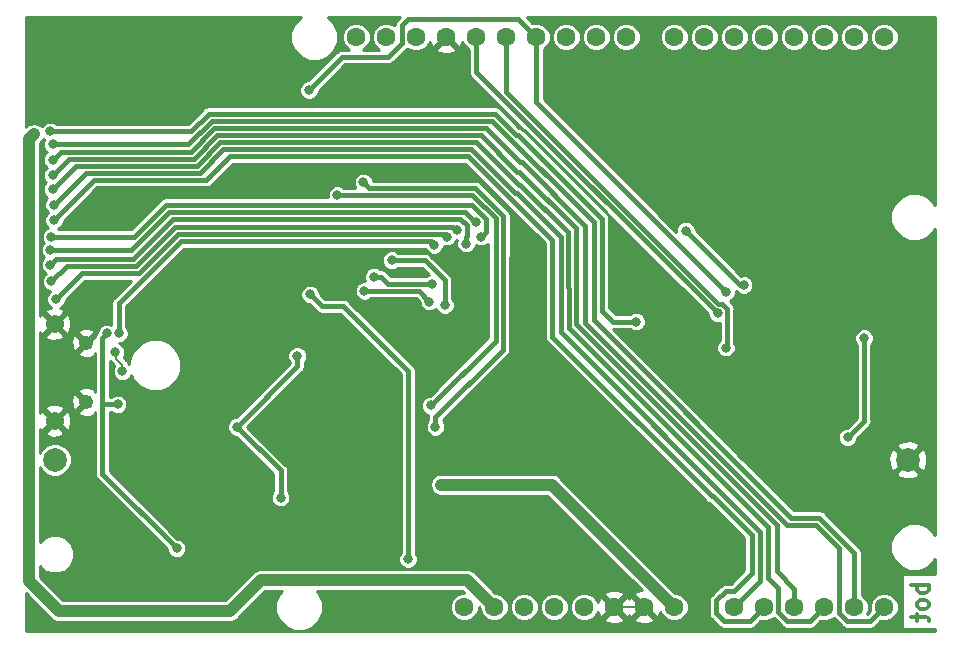
<source format=gbl>
G04 #@! TF.GenerationSoftware,KiCad,Pcbnew,5.0.2-bee76a0~70~ubuntu18.04.1*
G04 #@! TF.CreationDate,2018-12-12T00:11:51+01:00*
G04 #@! TF.ProjectId,esp32-arduino,65737033-322d-4617-9264-75696e6f2e6b,1.0*
G04 #@! TF.SameCoordinates,Original*
G04 #@! TF.FileFunction,Copper,L2,Bot*
G04 #@! TF.FilePolarity,Positive*
%FSLAX46Y46*%
G04 Gerber Fmt 4.6, Leading zero omitted, Abs format (unit mm)*
G04 Created by KiCad (PCBNEW 5.0.2-bee76a0~70~ubuntu18.04.1) date Mi 12 Dez 2018 00:11:51 CET*
%MOMM*%
%LPD*%
G01*
G04 APERTURE LIST*
G04 #@! TA.AperFunction,NonConductor*
%ADD10C,0.300000*%
G04 #@! TD*
G04 #@! TA.AperFunction,ComponentPad*
%ADD11C,1.600000*%
G04 #@! TD*
G04 #@! TA.AperFunction,ComponentPad*
%ADD12C,2.000000*%
G04 #@! TD*
G04 #@! TA.AperFunction,ComponentPad*
%ADD13C,1.550000*%
G04 #@! TD*
G04 #@! TA.AperFunction,ComponentPad*
%ADD14C,1.250000*%
G04 #@! TD*
G04 #@! TA.AperFunction,ViaPad*
%ADD15C,0.800000*%
G04 #@! TD*
G04 #@! TA.AperFunction,Conductor*
%ADD16C,0.200000*%
G04 #@! TD*
G04 #@! TA.AperFunction,Conductor*
%ADD17C,0.400000*%
G04 #@! TD*
G04 #@! TA.AperFunction,Conductor*
%ADD18C,1.000000*%
G04 #@! TD*
G04 #@! TA.AperFunction,Conductor*
%ADD19C,0.254000*%
G04 #@! TD*
G04 APERTURE END LIST*
D10*
X121978571Y-125571428D02*
X120478571Y-125571428D01*
X121050000Y-125571428D02*
X120978571Y-125714285D01*
X120978571Y-126000000D01*
X121050000Y-126142857D01*
X121121428Y-126214285D01*
X121264285Y-126285714D01*
X121692857Y-126285714D01*
X121835714Y-126214285D01*
X121907142Y-126142857D01*
X121978571Y-126000000D01*
X121978571Y-125714285D01*
X121907142Y-125571428D01*
X121978571Y-127142857D02*
X121907142Y-127000000D01*
X121835714Y-126928571D01*
X121692857Y-126857142D01*
X121264285Y-126857142D01*
X121121428Y-126928571D01*
X121050000Y-127000000D01*
X120978571Y-127142857D01*
X120978571Y-127357142D01*
X121050000Y-127500000D01*
X121121428Y-127571428D01*
X121264285Y-127642857D01*
X121692857Y-127642857D01*
X121835714Y-127571428D01*
X121907142Y-127500000D01*
X121978571Y-127357142D01*
X121978571Y-127142857D01*
X120978571Y-128071428D02*
X120978571Y-128642857D01*
X120478571Y-128285714D02*
X121764285Y-128285714D01*
X121907142Y-128357142D01*
X121978571Y-128500000D01*
X121978571Y-128642857D01*
D11*
G04 #@! TO.P,CN1,0*
G04 #@! TO.N,/EXT_RX*
X118200000Y-79200000D03*
G04 #@! TO.P,CN1,8*
G04 #@! TO.N,/ARDUINO_8*
X96356000Y-79200000D03*
G04 #@! TO.P,CN1,9*
G04 #@! TO.N,/ARDUINO_9*
X93816000Y-79200000D03*
G04 #@! TO.P,CN1,10*
G04 #@! TO.N,/SPI_CS_EXT*
X91276000Y-79200000D03*
G04 #@! TO.P,CN1,11*
G04 #@! TO.N,/SPI_MOSI*
X88736000Y-79200000D03*
G04 #@! TO.P,CN1,12*
G04 #@! TO.N,/SPI_MISO*
X86196000Y-79200000D03*
G04 #@! TO.P,CN1,13*
G04 #@! TO.N,/SPI_CLK*
X83656000Y-79200000D03*
G04 #@! TO.P,CN1,14*
G04 #@! TO.N,GND*
X81116000Y-79200000D03*
G04 #@! TO.P,CN1,15*
G04 #@! TO.N,N/C*
X78576000Y-79200000D03*
G04 #@! TO.P,CN1,16*
G04 #@! TO.N,/I2C_SDA*
X76036000Y-79200000D03*
G04 #@! TO.P,CN1,17*
G04 #@! TO.N,/I2C_SCL*
X73496000Y-79200000D03*
G04 #@! TO.P,CN1,1*
G04 #@! TO.N,/EXT_TX*
X115660000Y-79200000D03*
G04 #@! TO.P,CN1,2*
G04 #@! TO.N,/ARDUINO_2*
X113120000Y-79200000D03*
G04 #@! TO.P,CN1,3*
G04 #@! TO.N,/DAC_1*
X110580000Y-79200000D03*
G04 #@! TO.P,CN1,4*
G04 #@! TO.N,/DAC_2*
X108040000Y-79200000D03*
G04 #@! TO.P,CN1,5*
G04 #@! TO.N,/ARDUINO_5*
X105500000Y-79200000D03*
G04 #@! TO.P,CN1,6*
G04 #@! TO.N,/ARDUINO_6*
X102960000Y-79200000D03*
G04 #@! TO.P,CN1,7*
G04 #@! TO.N,/ARDUINO_7*
X100420000Y-79200000D03*
G04 #@! TO.P,CN1,24*
G04 #@! TO.N,+BATT*
X100420000Y-127460000D03*
G04 #@! TO.P,CN1,25*
G04 #@! TO.N,GND*
X97880000Y-127460000D03*
G04 #@! TO.P,CN1,26*
X95340000Y-127460000D03*
G04 #@! TO.P,CN1,27*
G04 #@! TO.N,Net-(CN1-Pad27)*
X92800000Y-127460000D03*
G04 #@! TO.P,CN1,28*
G04 #@! TO.N,+3V3*
X90260000Y-127460000D03*
G04 #@! TO.P,CN1,29*
G04 #@! TO.N,/RESET*
X87720000Y-127460000D03*
G04 #@! TO.P,CN1,30*
G04 #@! TO.N,+3V3*
X85180000Y-127460000D03*
G04 #@! TO.P,CN1,31*
G04 #@! TO.N,N/C*
X82640000Y-127460000D03*
G04 #@! TO.P,CN1,18*
G04 #@! TO.N,/ADC_5*
X118200000Y-127460000D03*
G04 #@! TO.P,CN1,19*
G04 #@! TO.N,/ADC_4*
X115660000Y-127460000D03*
G04 #@! TO.P,CN1,20*
G04 #@! TO.N,/ADC_3*
X113120000Y-127460000D03*
G04 #@! TO.P,CN1,21*
G04 #@! TO.N,/ADC_2*
X110580000Y-127460000D03*
G04 #@! TO.P,CN1,22*
G04 #@! TO.N,/ADC_1*
X108040000Y-127460000D03*
G04 #@! TO.P,CN1,23*
G04 #@! TO.N,/ADC_0*
X105500000Y-127460000D03*
G04 #@! TD*
D12*
G04 #@! TO.P,BT1,2*
G04 #@! TO.N,GND*
X120210000Y-115000000D03*
G04 #@! TO.P,BT1,1*
G04 #@! TO.N,Net-(BT1-Pad1)*
X47990000Y-115000000D03*
G04 #@! TD*
D13*
G04 #@! TO.P,P1,6*
G04 #@! TO.N,GND*
X47962540Y-111700000D03*
X47962540Y-103500000D03*
D14*
X50662540Y-110099100D03*
X50662540Y-105099100D03*
G04 #@! TD*
D15*
G04 #@! TO.N,GND*
X60100000Y-110000000D03*
X71400000Y-104500000D03*
X64900000Y-105700000D03*
X117900000Y-95000000D03*
X117600000Y-89100000D03*
G04 #@! TO.N,VIO*
X67100000Y-118200000D03*
X63400000Y-112200000D03*
X68507475Y-106192525D03*
G04 #@! TO.N,/RESET*
X47600000Y-87200000D03*
X97200000Y-103300000D03*
G04 #@! TO.N,VIN*
X52400000Y-104300000D03*
X58300000Y-122500000D03*
X53300000Y-110300000D03*
G04 #@! TO.N,+3V3*
X46200000Y-87400000D03*
X116500000Y-104700000D03*
X115100000Y-113100000D03*
G04 #@! TO.N,/BOOT*
X69600000Y-101000000D03*
X77900000Y-123400000D03*
G04 #@! TO.N,+BATT*
X80700000Y-117100000D03*
G04 #@! TO.N,/EXT_RX*
X74200000Y-100700000D03*
X79700000Y-101600000D03*
G04 #@! TO.N,/SPI_MOSI*
X69500000Y-83700000D03*
X104800000Y-100800000D03*
G04 #@! TO.N,/SPI_MISO*
X104800000Y-105500000D03*
G04 #@! TO.N,/SPI_CLK*
X104100000Y-102600000D03*
G04 #@! TO.N,/EXT_TX*
X75000000Y-99500000D03*
G04 #@! TO.N,/ARDUINO_2*
X47600000Y-98500000D03*
X82800000Y-96700000D03*
G04 #@! TO.N,/DAC_1*
X47700000Y-96100000D03*
X84100000Y-96100000D03*
G04 #@! TO.N,/DAC_2*
X47600000Y-97200000D03*
X83607746Y-94897446D03*
G04 #@! TO.N,/ARDUINO_5*
X47700000Y-99900000D03*
X82048000Y-95570000D03*
G04 #@! TO.N,/ARDUINO_6*
X48100000Y-101400000D03*
X81200000Y-96100000D03*
G04 #@! TO.N,/ARDUINO_7*
X53400000Y-104300000D03*
X80100000Y-96800000D03*
G04 #@! TO.N,/ADC_5*
X47800000Y-89600000D03*
G04 #@! TO.N,/ADC_4*
X47800000Y-88300000D03*
G04 #@! TO.N,/ADC_3*
X47800000Y-92100000D03*
G04 #@! TO.N,/ADC_2*
X47800000Y-90900000D03*
G04 #@! TO.N,/ADC_1*
X47900000Y-94700000D03*
G04 #@! TO.N,/ADC_0*
X47900000Y-93400000D03*
G04 #@! TO.N,Net-(P1-Pad3)*
X53700000Y-107500000D03*
X53105025Y-105905025D03*
G04 #@! TO.N,/TX*
X74100000Y-91500000D03*
X80200000Y-112200000D03*
G04 #@! TO.N,/RX*
X71900000Y-92600000D03*
X79800000Y-110400000D03*
G04 #@! TO.N,/SPI_CS_SD*
X76500000Y-98100000D03*
G04 #@! TO.N,/EXT_TX*
X79900000Y-100100000D03*
G04 #@! TO.N,/SPI_CS_SD*
X101400000Y-95600000D03*
X106300000Y-100200000D03*
X81000000Y-101900000D03*
G04 #@! TD*
D16*
G04 #@! TO.N,GND*
X96471370Y-127460000D02*
X97880000Y-127460000D01*
X95340000Y-127460000D02*
X96471370Y-127460000D01*
X60300900Y-104262540D02*
X61184783Y-104262540D01*
X60300900Y-104262540D02*
X60300900Y-109999100D01*
X60300900Y-109999100D02*
X60300000Y-110000000D01*
X60300000Y-110000000D02*
X60100000Y-110000000D01*
X65538360Y-104500000D02*
X65300900Y-104262540D01*
X71400000Y-104500000D02*
X65538360Y-104500000D01*
X64700000Y-104434315D02*
X64700000Y-104262540D01*
X65000000Y-104734315D02*
X64700000Y-104434315D01*
X65000000Y-105300000D02*
X65000000Y-104734315D01*
X61184783Y-104262540D02*
X64700000Y-104262540D01*
X64700000Y-104262540D02*
X65300900Y-104262540D01*
D17*
X117900000Y-95000000D02*
X117900000Y-89400000D01*
X117900000Y-89400000D02*
X117600000Y-89100000D01*
G04 #@! TO.N,VIO*
X67100000Y-115900000D02*
X63400000Y-112200000D01*
X67100000Y-118200000D02*
X67100000Y-115900000D01*
X68507475Y-107092525D02*
X63400000Y-112200000D01*
X68507475Y-106192525D02*
X68507475Y-107092525D01*
G04 #@! TO.N,/RESET*
X95215998Y-103300000D02*
X97200000Y-103300000D01*
X94300000Y-102384002D02*
X95215998Y-103300000D01*
X94300000Y-94600000D02*
X94300000Y-102384002D01*
X47600000Y-87200000D02*
X59500000Y-87200000D01*
X59500000Y-87200000D02*
X60999990Y-85700010D01*
X87048542Y-87500000D02*
X87200000Y-87500000D01*
X60999990Y-85700010D02*
X85248552Y-85700010D01*
X85248552Y-85700010D02*
X87048542Y-87500000D01*
X87200000Y-87500000D02*
X94300000Y-94600000D01*
G04 #@! TO.N,VIN*
X52400000Y-104300000D02*
X52000001Y-104699999D01*
X52000001Y-116200001D02*
X58300000Y-122500000D01*
X53300000Y-110300000D02*
X52000001Y-110300000D01*
X52000001Y-104699999D02*
X52000001Y-110300000D01*
X52000001Y-110300000D02*
X52000001Y-116200001D01*
G04 #@! TO.N,+3V3*
X115100000Y-113100000D02*
X116500000Y-111700000D01*
X116500000Y-111700000D02*
X116500000Y-105800000D01*
X116500000Y-105800000D02*
X116500000Y-104700000D01*
D18*
X82892499Y-125172499D02*
X85180000Y-127460000D01*
X46200000Y-87400000D02*
X45775010Y-87824990D01*
X48300000Y-127800000D02*
X62800000Y-127800000D01*
X65427501Y-125172499D02*
X82892499Y-125172499D01*
X45775010Y-87824990D02*
X45775010Y-125275010D01*
X45775010Y-125275010D02*
X48300000Y-127800000D01*
X62800000Y-127800000D02*
X65427501Y-125172499D01*
D17*
G04 #@! TO.N,/BOOT*
X70600001Y-102000001D02*
X72400001Y-102000001D01*
X69600000Y-101000000D02*
X70600001Y-102000001D01*
X77900000Y-107500000D02*
X72500000Y-102100000D01*
X77900000Y-123400000D02*
X77900000Y-107500000D01*
D16*
X72500000Y-102100000D02*
X72400001Y-102000001D01*
D18*
G04 #@! TO.N,+BATT*
X90060000Y-117100000D02*
X80700000Y-117100000D01*
X100420000Y-127460000D02*
X90060000Y-117100000D01*
D17*
G04 #@! TO.N,/EXT_RX*
X78800000Y-100700000D02*
X74200000Y-100700000D01*
X79700000Y-101600000D02*
X78800000Y-100700000D01*
G04 #@! TO.N,/SPI_MOSI*
X88736000Y-84736000D02*
X88736000Y-79200000D01*
X104800000Y-100800000D02*
X88736000Y-84736000D01*
X87236000Y-77700000D02*
X88736000Y-79200000D01*
X72300000Y-80900000D02*
X76200000Y-80900000D01*
X69500000Y-83700000D02*
X72300000Y-80900000D01*
X76200000Y-80900000D02*
X77375999Y-79724001D01*
X77375999Y-79724001D02*
X77375999Y-78224001D01*
X77900000Y-77700000D02*
X87236000Y-77700000D01*
X77375999Y-78224001D02*
X77900000Y-77700000D01*
G04 #@! TO.N,/SPI_MISO*
X104484002Y-101800000D02*
X104148542Y-101800000D01*
X104900001Y-102215999D02*
X104484002Y-101800000D01*
X104800000Y-105500000D02*
X104900001Y-105399999D01*
X104900001Y-105399999D02*
X104900001Y-102215999D01*
X86196000Y-83847458D02*
X86196000Y-79200000D01*
X104148542Y-101800000D02*
X86196000Y-83847458D01*
G04 #@! TO.N,/SPI_CLK*
X83656000Y-82156000D02*
X83656000Y-79200000D01*
X104100000Y-102600000D02*
X83656000Y-82156000D01*
G04 #@! TO.N,/EXT_TX*
X76165685Y-100100000D02*
X76400000Y-100100000D01*
X75565685Y-99500000D02*
X76165685Y-100100000D01*
X75000000Y-99500000D02*
X75565685Y-99500000D01*
G04 #@! TO.N,/ARDUINO_2*
X82848001Y-96086314D02*
X82848001Y-95700000D01*
X82800000Y-96134315D02*
X82848001Y-96086314D01*
X82800000Y-96700000D02*
X82800000Y-96134315D01*
X82848001Y-95948001D02*
X82848001Y-95700000D01*
G04 #@! TO.N,/DAC_1*
X57400000Y-93400000D02*
X54700000Y-96100000D01*
X47700000Y-96100000D02*
X54700000Y-96100000D01*
X74700000Y-93400000D02*
X57400000Y-93400000D01*
X74700000Y-93400000D02*
X82400000Y-93400000D01*
X84499999Y-94605697D02*
X84499999Y-95700001D01*
X84499999Y-95700001D02*
X84100000Y-96100000D01*
X83294302Y-93400000D02*
X84499999Y-94605697D01*
X82400000Y-93400000D02*
X83294302Y-93400000D01*
G04 #@! TO.N,/DAC_2*
X54448542Y-97200000D02*
X57648532Y-94000010D01*
X47600000Y-97200000D02*
X54448542Y-97200000D01*
X57648532Y-94000010D02*
X72800000Y-94000010D01*
X81200000Y-94000010D02*
X82700010Y-94000010D01*
X72800000Y-94000010D02*
X81200000Y-94000010D01*
X82700010Y-94000010D02*
X83597446Y-94897446D01*
X83597446Y-94897446D02*
X83607746Y-94897446D01*
G04 #@! TO.N,/ADC_4*
X59200000Y-88300000D02*
X47800000Y-88300000D01*
X85000020Y-86300020D02*
X61248522Y-86300020D01*
X59248542Y-88300000D02*
X59200000Y-88300000D01*
X115660000Y-127460000D02*
X115660000Y-122860000D01*
X115660000Y-122860000D02*
X112700000Y-119900000D01*
X61248522Y-86300020D02*
X59248542Y-88300000D01*
X112700000Y-119900000D02*
X110300000Y-119900000D01*
X110300000Y-119900000D02*
X93600000Y-103200000D01*
X93600000Y-103200000D02*
X93600000Y-94900000D01*
X93600000Y-94900000D02*
X85000020Y-86300020D01*
G04 #@! TO.N,/ADC_2*
X87148542Y-90600000D02*
X84048582Y-87500040D01*
X49199980Y-89500020D02*
X47800000Y-90900000D01*
X87300000Y-90600000D02*
X87148542Y-90600000D01*
X92100000Y-95400000D02*
X87300000Y-90600000D01*
X110580000Y-127460000D02*
X110580000Y-125920000D01*
X110580000Y-125920000D02*
X110600000Y-125900000D01*
X109100000Y-124400000D02*
X109100000Y-120500000D01*
X84048582Y-87500040D02*
X61748512Y-87500040D01*
X110600000Y-125900000D02*
X109100000Y-124400000D01*
X61748512Y-87500040D02*
X59748532Y-89500020D01*
X92100000Y-103500000D02*
X92100000Y-95400000D01*
X59748532Y-89500020D02*
X49199980Y-89500020D01*
X109100000Y-120500000D02*
X92100000Y-103500000D01*
D16*
G04 #@! TO.N,Net-(P1-Pad3)*
X53700000Y-106934315D02*
X53200000Y-106434315D01*
X53700000Y-107500000D02*
X53700000Y-106934315D01*
X53200000Y-106434315D02*
X53200000Y-106000000D01*
X53200000Y-106000000D02*
X53105025Y-105905025D01*
D17*
G04 #@! TO.N,/EXT_TX*
X76400000Y-100100000D02*
X79900000Y-100100000D01*
G04 #@! TO.N,/ARDUINO_2*
X54600000Y-98000001D02*
X48099999Y-98000001D01*
X57999981Y-94600020D02*
X54600000Y-98000001D01*
X82848001Y-95148021D02*
X82300000Y-94600020D01*
X48099999Y-98000001D02*
X47600000Y-98500000D01*
X82300000Y-94600020D02*
X57999981Y-94600020D01*
X82848001Y-95700000D02*
X82848001Y-95148021D01*
G04 #@! TO.N,/ARDUINO_5*
X54848532Y-98600011D02*
X48999989Y-98600011D01*
X58148543Y-95300000D02*
X54848532Y-98600011D01*
X81700000Y-95300000D02*
X58148543Y-95300000D01*
X48999989Y-98600011D02*
X47700000Y-99900000D01*
X82048000Y-95570000D02*
X81970000Y-95570000D01*
X81970000Y-95570000D02*
X81700000Y-95300000D01*
G04 #@! TO.N,/ARDUINO_6*
X58397075Y-95900010D02*
X55097064Y-99200021D01*
X81000010Y-95900010D02*
X58397075Y-95900010D01*
X50299979Y-99200021D02*
X48100000Y-101400000D01*
X55097064Y-99200021D02*
X50299979Y-99200021D01*
X81200000Y-96100000D02*
X81000010Y-95900010D01*
G04 #@! TO.N,/ARDUINO_7*
X53400000Y-103100000D02*
X53400000Y-104300000D01*
X53400000Y-101745627D02*
X53400000Y-103100000D01*
X58645607Y-96500020D02*
X53400000Y-101745627D01*
X79800020Y-96500020D02*
X58645607Y-96500020D01*
X80100000Y-96800000D02*
X79800020Y-96500020D01*
G04 #@! TO.N,/ADC_5*
X116999999Y-128660001D02*
X118200000Y-127460000D01*
X114400000Y-127976002D02*
X115083999Y-128660001D01*
X114400000Y-122480998D02*
X114400000Y-127976002D01*
X112419002Y-120500000D02*
X114400000Y-122480998D01*
X92900000Y-95200000D02*
X92900000Y-103400000D01*
X48499990Y-88900010D02*
X59500000Y-88900010D01*
X59500000Y-88900010D02*
X61499980Y-86900030D01*
X110000000Y-120500000D02*
X112419002Y-120500000D01*
X47800000Y-89600000D02*
X48499990Y-88900010D01*
X115083999Y-128660001D02*
X116999999Y-128660001D01*
X87348542Y-89800000D02*
X87500000Y-89800000D01*
X92900000Y-103400000D02*
X110000000Y-120500000D01*
X61499980Y-86900030D02*
X84448572Y-86900030D01*
X87500000Y-89800000D02*
X92900000Y-95200000D01*
X84448572Y-86900030D02*
X87348542Y-89800000D01*
G04 #@! TO.N,/ADC_3*
X87248542Y-91700000D02*
X87400000Y-91700000D01*
X87400000Y-91700000D02*
X91400010Y-95700010D01*
X83648592Y-88100050D02*
X87248542Y-91700000D01*
X111919999Y-128660001D02*
X113120000Y-127460000D01*
X109240001Y-125840001D02*
X109240001Y-127896003D01*
X108400000Y-120700000D02*
X108400000Y-125000000D01*
X47800000Y-92100000D02*
X49799970Y-90100030D01*
X91500000Y-103800000D02*
X108400000Y-120700000D01*
X59997064Y-90100030D02*
X61997044Y-88100050D01*
X91400010Y-95700010D02*
X91400010Y-100400010D01*
X49799970Y-90100030D02*
X59997064Y-90100030D01*
X91400010Y-100400010D02*
X91500000Y-100500000D01*
X91500000Y-100500000D02*
X91500000Y-103800000D01*
X108400000Y-125000000D02*
X109240001Y-125840001D01*
X61997044Y-88100050D02*
X83648592Y-88100050D01*
X109240001Y-127896003D02*
X110003999Y-128660001D01*
X110003999Y-128660001D02*
X111919999Y-128660001D01*
G04 #@! TO.N,/ADC_1*
X51299950Y-91300050D02*
X47900000Y-94700000D01*
X104000000Y-126900000D02*
X104800000Y-126100000D01*
X104800000Y-126100000D02*
X105500000Y-126100000D01*
X106839999Y-128660001D02*
X104660001Y-128660001D01*
X108040000Y-127460000D02*
X106839999Y-128660001D01*
X105500000Y-126100000D02*
X107000000Y-124600000D01*
X83000070Y-89300070D02*
X62799980Y-89300070D01*
X104000000Y-128000000D02*
X104000000Y-126900000D01*
X104660001Y-128660001D02*
X104000000Y-128000000D01*
X107000000Y-124600000D02*
X107000000Y-121400000D01*
X90100000Y-104600000D02*
X90100000Y-96400000D01*
X107000000Y-121400000D02*
X103700000Y-118100000D01*
X103600000Y-118100000D02*
X90100000Y-104600000D01*
X62799980Y-89300070D02*
X60800000Y-91300050D01*
X103700000Y-118100000D02*
X103600000Y-118100000D01*
X60800000Y-91300050D02*
X51299950Y-91300050D01*
X90100000Y-96400000D02*
X83000070Y-89300070D01*
G04 #@! TO.N,/ADC_0*
X107700000Y-121100000D02*
X107700000Y-125260000D01*
X90800000Y-104200000D02*
X107700000Y-121100000D01*
X90800000Y-96100000D02*
X90800000Y-104200000D01*
X87100000Y-92400000D02*
X90800000Y-96100000D01*
X60245596Y-90700040D02*
X62245576Y-88700060D01*
X83248602Y-88700060D02*
X86948542Y-92400000D01*
X62245576Y-88700060D02*
X83248602Y-88700060D01*
X107700000Y-125260000D02*
X105500000Y-127460000D01*
X50599960Y-90700040D02*
X60245596Y-90700040D01*
X47900000Y-93400000D02*
X50599960Y-90700040D01*
X86948542Y-92400000D02*
X87100000Y-92400000D01*
G04 #@! TO.N,/TX*
X80200000Y-111400000D02*
X80200000Y-112200000D01*
X83591376Y-91999990D02*
X85948542Y-94357156D01*
X78400010Y-91999990D02*
X83591376Y-91999990D01*
X85948542Y-97651458D02*
X85900010Y-97699990D01*
X85948542Y-94357156D02*
X85948542Y-97651458D01*
X78400000Y-92000000D02*
X78400010Y-91999990D01*
X85900010Y-105699990D02*
X80200000Y-111400000D01*
X85900010Y-97699990D02*
X85900010Y-105699990D01*
X74600000Y-92000000D02*
X78400000Y-92000000D01*
X74100000Y-91500000D02*
X74600000Y-92000000D01*
G04 #@! TO.N,/RX*
X85300000Y-94557156D02*
X85300000Y-104900000D01*
X85300000Y-104900000D02*
X79800000Y-110400000D01*
X83342844Y-92600000D02*
X85300000Y-94557156D01*
X78700000Y-92600000D02*
X71900000Y-92600000D01*
X78700000Y-92600000D02*
X83342844Y-92600000D01*
G04 #@! TO.N,/SPI_CS_SD*
X101400000Y-95600000D02*
X106000000Y-100200000D01*
X106000000Y-100200000D02*
X106300000Y-100200000D01*
X81000000Y-101900000D02*
X81000000Y-99800000D01*
X76500000Y-98100000D02*
X79300000Y-98100000D01*
X81000000Y-99800000D02*
X79300000Y-98100000D01*
G04 #@! TD*
D19*
G04 #@! TO.N,GND*
G36*
X68232190Y-78058878D02*
X67925500Y-78799291D01*
X67925500Y-79600709D01*
X68232190Y-80341122D01*
X68798878Y-80907810D01*
X69539291Y-81214500D01*
X70340709Y-81214500D01*
X71081122Y-80907810D01*
X71647810Y-80341122D01*
X71954500Y-79600709D01*
X71954500Y-78799291D01*
X71647810Y-78058878D01*
X71090932Y-77502000D01*
X77211288Y-77502000D01*
X76976306Y-77736983D01*
X76923959Y-77771960D01*
X76888981Y-77824308D01*
X76888980Y-77824309D01*
X76785379Y-77979359D01*
X76746427Y-78175188D01*
X76731039Y-78159800D01*
X76280065Y-77973000D01*
X75791935Y-77973000D01*
X75340961Y-78159800D01*
X74995800Y-78504961D01*
X74809000Y-78955935D01*
X74809000Y-79444065D01*
X74995800Y-79895039D01*
X75340961Y-80240200D01*
X75420147Y-80273000D01*
X74111853Y-80273000D01*
X74191039Y-80240200D01*
X74536200Y-79895039D01*
X74723000Y-79444065D01*
X74723000Y-78955935D01*
X74536200Y-78504961D01*
X74191039Y-78159800D01*
X73740065Y-77973000D01*
X73251935Y-77973000D01*
X72800961Y-78159800D01*
X72455800Y-78504961D01*
X72269000Y-78955935D01*
X72269000Y-79444065D01*
X72455800Y-79895039D01*
X72800961Y-80240200D01*
X72880147Y-80273000D01*
X72361746Y-80273000D01*
X72300000Y-80260718D01*
X72238254Y-80273000D01*
X72238250Y-80273000D01*
X72055357Y-80309380D01*
X71847959Y-80447959D01*
X71812981Y-80500307D01*
X69440289Y-82873000D01*
X69335499Y-82873000D01*
X69031542Y-82998903D01*
X68798903Y-83231542D01*
X68673000Y-83535499D01*
X68673000Y-83864501D01*
X68798903Y-84168458D01*
X69031542Y-84401097D01*
X69335499Y-84527000D01*
X69664501Y-84527000D01*
X69968458Y-84401097D01*
X70201097Y-84168458D01*
X70327000Y-83864501D01*
X70327000Y-83759711D01*
X72559712Y-81527000D01*
X76138254Y-81527000D01*
X76200000Y-81539282D01*
X76261746Y-81527000D01*
X76261750Y-81527000D01*
X76444643Y-81490620D01*
X76652041Y-81352041D01*
X76687021Y-81299690D01*
X77775690Y-80211021D01*
X77821304Y-80180543D01*
X77880961Y-80240200D01*
X78331935Y-80427000D01*
X78820065Y-80427000D01*
X79271039Y-80240200D01*
X79303494Y-80207745D01*
X80287861Y-80207745D01*
X80361995Y-80453864D01*
X80899223Y-80646965D01*
X81469454Y-80619778D01*
X81870005Y-80453864D01*
X81944139Y-80207745D01*
X81116000Y-79379605D01*
X80287861Y-80207745D01*
X79303494Y-80207745D01*
X79616200Y-79895039D01*
X79726956Y-79627652D01*
X79862136Y-79954005D01*
X80108255Y-80028139D01*
X80936395Y-79200000D01*
X80922252Y-79185858D01*
X81101858Y-79006252D01*
X81116000Y-79020395D01*
X81130142Y-79006252D01*
X81309748Y-79185858D01*
X81295605Y-79200000D01*
X82123745Y-80028139D01*
X82369864Y-79954005D01*
X82495473Y-79604546D01*
X82615800Y-79895039D01*
X82960961Y-80240200D01*
X83029001Y-80268383D01*
X83029000Y-82094254D01*
X83016718Y-82156000D01*
X83029000Y-82217746D01*
X83029000Y-82217749D01*
X83065380Y-82400642D01*
X83203959Y-82608041D01*
X83256310Y-82643021D01*
X103273000Y-102659712D01*
X103273000Y-102764501D01*
X103398903Y-103068458D01*
X103631542Y-103301097D01*
X103935499Y-103427000D01*
X104264501Y-103427000D01*
X104273002Y-103423479D01*
X104273001Y-104857444D01*
X104098903Y-105031542D01*
X103973000Y-105335499D01*
X103973000Y-105664501D01*
X104098903Y-105968458D01*
X104331542Y-106201097D01*
X104635499Y-106327000D01*
X104964501Y-106327000D01*
X105268458Y-106201097D01*
X105501097Y-105968458D01*
X105627000Y-105664501D01*
X105627000Y-105335499D01*
X105527001Y-105094080D01*
X105527001Y-102277743D01*
X105539283Y-102215998D01*
X105527001Y-102154253D01*
X105527001Y-102154249D01*
X105490621Y-101971356D01*
X105352042Y-101763958D01*
X105299694Y-101728980D01*
X105129407Y-101558694D01*
X105268458Y-101501097D01*
X105501097Y-101268458D01*
X105627000Y-100964501D01*
X105627000Y-100704855D01*
X105652012Y-100721567D01*
X105831542Y-100901097D01*
X106135499Y-101027000D01*
X106464501Y-101027000D01*
X106768458Y-100901097D01*
X107001097Y-100668458D01*
X107127000Y-100364501D01*
X107127000Y-100035499D01*
X107001097Y-99731542D01*
X106768458Y-99498903D01*
X106464501Y-99373000D01*
X106135499Y-99373000D01*
X106081909Y-99395198D01*
X102227000Y-95540289D01*
X102227000Y-95435499D01*
X102101097Y-95131542D01*
X101868458Y-94898903D01*
X101564501Y-94773000D01*
X101235499Y-94773000D01*
X100931542Y-94898903D01*
X100698903Y-95131542D01*
X100573000Y-95435499D01*
X100573000Y-95686288D01*
X89363000Y-84476289D01*
X89363000Y-80268383D01*
X89431039Y-80240200D01*
X89776200Y-79895039D01*
X89963000Y-79444065D01*
X89963000Y-78955935D01*
X90049000Y-78955935D01*
X90049000Y-79444065D01*
X90235800Y-79895039D01*
X90580961Y-80240200D01*
X91031935Y-80427000D01*
X91520065Y-80427000D01*
X91971039Y-80240200D01*
X92316200Y-79895039D01*
X92503000Y-79444065D01*
X92503000Y-78955935D01*
X92589000Y-78955935D01*
X92589000Y-79444065D01*
X92775800Y-79895039D01*
X93120961Y-80240200D01*
X93571935Y-80427000D01*
X94060065Y-80427000D01*
X94511039Y-80240200D01*
X94856200Y-79895039D01*
X95043000Y-79444065D01*
X95043000Y-78955935D01*
X95129000Y-78955935D01*
X95129000Y-79444065D01*
X95315800Y-79895039D01*
X95660961Y-80240200D01*
X96111935Y-80427000D01*
X96600065Y-80427000D01*
X97051039Y-80240200D01*
X97396200Y-79895039D01*
X97583000Y-79444065D01*
X97583000Y-78955935D01*
X99193000Y-78955935D01*
X99193000Y-79444065D01*
X99379800Y-79895039D01*
X99724961Y-80240200D01*
X100175935Y-80427000D01*
X100664065Y-80427000D01*
X101115039Y-80240200D01*
X101460200Y-79895039D01*
X101647000Y-79444065D01*
X101647000Y-78955935D01*
X101733000Y-78955935D01*
X101733000Y-79444065D01*
X101919800Y-79895039D01*
X102264961Y-80240200D01*
X102715935Y-80427000D01*
X103204065Y-80427000D01*
X103655039Y-80240200D01*
X104000200Y-79895039D01*
X104187000Y-79444065D01*
X104187000Y-78955935D01*
X104273000Y-78955935D01*
X104273000Y-79444065D01*
X104459800Y-79895039D01*
X104804961Y-80240200D01*
X105255935Y-80427000D01*
X105744065Y-80427000D01*
X106195039Y-80240200D01*
X106540200Y-79895039D01*
X106727000Y-79444065D01*
X106727000Y-78955935D01*
X106813000Y-78955935D01*
X106813000Y-79444065D01*
X106999800Y-79895039D01*
X107344961Y-80240200D01*
X107795935Y-80427000D01*
X108284065Y-80427000D01*
X108735039Y-80240200D01*
X109080200Y-79895039D01*
X109267000Y-79444065D01*
X109267000Y-78955935D01*
X109353000Y-78955935D01*
X109353000Y-79444065D01*
X109539800Y-79895039D01*
X109884961Y-80240200D01*
X110335935Y-80427000D01*
X110824065Y-80427000D01*
X111275039Y-80240200D01*
X111620200Y-79895039D01*
X111807000Y-79444065D01*
X111807000Y-78955935D01*
X111893000Y-78955935D01*
X111893000Y-79444065D01*
X112079800Y-79895039D01*
X112424961Y-80240200D01*
X112875935Y-80427000D01*
X113364065Y-80427000D01*
X113815039Y-80240200D01*
X114160200Y-79895039D01*
X114347000Y-79444065D01*
X114347000Y-78955935D01*
X114433000Y-78955935D01*
X114433000Y-79444065D01*
X114619800Y-79895039D01*
X114964961Y-80240200D01*
X115415935Y-80427000D01*
X115904065Y-80427000D01*
X116355039Y-80240200D01*
X116700200Y-79895039D01*
X116887000Y-79444065D01*
X116887000Y-78955935D01*
X116973000Y-78955935D01*
X116973000Y-79444065D01*
X117159800Y-79895039D01*
X117504961Y-80240200D01*
X117955935Y-80427000D01*
X118444065Y-80427000D01*
X118895039Y-80240200D01*
X119240200Y-79895039D01*
X119427000Y-79444065D01*
X119427000Y-78955935D01*
X119240200Y-78504961D01*
X118895039Y-78159800D01*
X118444065Y-77973000D01*
X117955935Y-77973000D01*
X117504961Y-78159800D01*
X117159800Y-78504961D01*
X116973000Y-78955935D01*
X116887000Y-78955935D01*
X116700200Y-78504961D01*
X116355039Y-78159800D01*
X115904065Y-77973000D01*
X115415935Y-77973000D01*
X114964961Y-78159800D01*
X114619800Y-78504961D01*
X114433000Y-78955935D01*
X114347000Y-78955935D01*
X114160200Y-78504961D01*
X113815039Y-78159800D01*
X113364065Y-77973000D01*
X112875935Y-77973000D01*
X112424961Y-78159800D01*
X112079800Y-78504961D01*
X111893000Y-78955935D01*
X111807000Y-78955935D01*
X111620200Y-78504961D01*
X111275039Y-78159800D01*
X110824065Y-77973000D01*
X110335935Y-77973000D01*
X109884961Y-78159800D01*
X109539800Y-78504961D01*
X109353000Y-78955935D01*
X109267000Y-78955935D01*
X109080200Y-78504961D01*
X108735039Y-78159800D01*
X108284065Y-77973000D01*
X107795935Y-77973000D01*
X107344961Y-78159800D01*
X106999800Y-78504961D01*
X106813000Y-78955935D01*
X106727000Y-78955935D01*
X106540200Y-78504961D01*
X106195039Y-78159800D01*
X105744065Y-77973000D01*
X105255935Y-77973000D01*
X104804961Y-78159800D01*
X104459800Y-78504961D01*
X104273000Y-78955935D01*
X104187000Y-78955935D01*
X104000200Y-78504961D01*
X103655039Y-78159800D01*
X103204065Y-77973000D01*
X102715935Y-77973000D01*
X102264961Y-78159800D01*
X101919800Y-78504961D01*
X101733000Y-78955935D01*
X101647000Y-78955935D01*
X101460200Y-78504961D01*
X101115039Y-78159800D01*
X100664065Y-77973000D01*
X100175935Y-77973000D01*
X99724961Y-78159800D01*
X99379800Y-78504961D01*
X99193000Y-78955935D01*
X97583000Y-78955935D01*
X97396200Y-78504961D01*
X97051039Y-78159800D01*
X96600065Y-77973000D01*
X96111935Y-77973000D01*
X95660961Y-78159800D01*
X95315800Y-78504961D01*
X95129000Y-78955935D01*
X95043000Y-78955935D01*
X94856200Y-78504961D01*
X94511039Y-78159800D01*
X94060065Y-77973000D01*
X93571935Y-77973000D01*
X93120961Y-78159800D01*
X92775800Y-78504961D01*
X92589000Y-78955935D01*
X92503000Y-78955935D01*
X92316200Y-78504961D01*
X91971039Y-78159800D01*
X91520065Y-77973000D01*
X91031935Y-77973000D01*
X90580961Y-78159800D01*
X90235800Y-78504961D01*
X90049000Y-78955935D01*
X89963000Y-78955935D01*
X89776200Y-78504961D01*
X89431039Y-78159800D01*
X88980065Y-77973000D01*
X88491935Y-77973000D01*
X88423895Y-78001183D01*
X87924711Y-77502000D01*
X122498001Y-77502000D01*
X122498001Y-93420049D01*
X122447810Y-93298878D01*
X121881122Y-92732190D01*
X121140709Y-92425500D01*
X120339291Y-92425500D01*
X119598878Y-92732190D01*
X119032190Y-93298878D01*
X118725500Y-94039291D01*
X118725500Y-94840709D01*
X119032190Y-95581122D01*
X119598878Y-96147810D01*
X120339291Y-96454500D01*
X121140709Y-96454500D01*
X121881122Y-96147810D01*
X122447810Y-95581122D01*
X122498001Y-95459951D01*
X122498000Y-121360047D01*
X122447810Y-121238878D01*
X121881122Y-120672190D01*
X121140709Y-120365500D01*
X120339291Y-120365500D01*
X119598878Y-120672190D01*
X119032190Y-121238878D01*
X118725500Y-121979291D01*
X118725500Y-122780709D01*
X119032190Y-123521122D01*
X119598878Y-124087810D01*
X120339291Y-124394500D01*
X121140709Y-124394500D01*
X121881122Y-124087810D01*
X122447810Y-123521122D01*
X122498000Y-123399953D01*
X122498000Y-124637285D01*
X119718000Y-124637285D01*
X119718000Y-129362714D01*
X122498000Y-129362714D01*
X122498000Y-129498000D01*
X45502000Y-129498000D01*
X45502000Y-126312975D01*
X47579951Y-128390927D01*
X47631670Y-128468330D01*
X47938303Y-128673215D01*
X48208698Y-128727000D01*
X48208699Y-128727000D01*
X48299999Y-128745161D01*
X48391300Y-128727000D01*
X62708700Y-128727000D01*
X62800000Y-128745161D01*
X62891300Y-128727000D01*
X62891302Y-128727000D01*
X63161697Y-128673215D01*
X63468330Y-128468330D01*
X63520051Y-128390925D01*
X65811477Y-126099499D01*
X67181569Y-126099499D01*
X66962190Y-126318878D01*
X66655500Y-127059291D01*
X66655500Y-127860709D01*
X66962190Y-128601122D01*
X67528878Y-129167810D01*
X68269291Y-129474500D01*
X69070709Y-129474500D01*
X69811122Y-129167810D01*
X70377810Y-128601122D01*
X70684500Y-127860709D01*
X70684500Y-127059291D01*
X70377810Y-126318878D01*
X70158431Y-126099499D01*
X82508524Y-126099499D01*
X82642025Y-126233000D01*
X82395935Y-126233000D01*
X81944961Y-126419800D01*
X81599800Y-126764961D01*
X81413000Y-127215935D01*
X81413000Y-127704065D01*
X81599800Y-128155039D01*
X81944961Y-128500200D01*
X82395935Y-128687000D01*
X82884065Y-128687000D01*
X83335039Y-128500200D01*
X83680200Y-128155039D01*
X83867000Y-127704065D01*
X83867000Y-127457976D01*
X83953000Y-127543976D01*
X83953000Y-127704065D01*
X84139800Y-128155039D01*
X84484961Y-128500200D01*
X84935935Y-128687000D01*
X85424065Y-128687000D01*
X85875039Y-128500200D01*
X86220200Y-128155039D01*
X86407000Y-127704065D01*
X86407000Y-127215935D01*
X86493000Y-127215935D01*
X86493000Y-127704065D01*
X86679800Y-128155039D01*
X87024961Y-128500200D01*
X87475935Y-128687000D01*
X87964065Y-128687000D01*
X88415039Y-128500200D01*
X88760200Y-128155039D01*
X88947000Y-127704065D01*
X88947000Y-127215935D01*
X89033000Y-127215935D01*
X89033000Y-127704065D01*
X89219800Y-128155039D01*
X89564961Y-128500200D01*
X90015935Y-128687000D01*
X90504065Y-128687000D01*
X90955039Y-128500200D01*
X91300200Y-128155039D01*
X91487000Y-127704065D01*
X91487000Y-127215935D01*
X91573000Y-127215935D01*
X91573000Y-127704065D01*
X91759800Y-128155039D01*
X92104961Y-128500200D01*
X92555935Y-128687000D01*
X93044065Y-128687000D01*
X93495039Y-128500200D01*
X93527494Y-128467745D01*
X94511861Y-128467745D01*
X94585995Y-128713864D01*
X95123223Y-128906965D01*
X95693454Y-128879778D01*
X96094005Y-128713864D01*
X96168139Y-128467745D01*
X97051861Y-128467745D01*
X97125995Y-128713864D01*
X97663223Y-128906965D01*
X98233454Y-128879778D01*
X98634005Y-128713864D01*
X98708139Y-128467745D01*
X97880000Y-127639605D01*
X97051861Y-128467745D01*
X96168139Y-128467745D01*
X95340000Y-127639605D01*
X94511861Y-128467745D01*
X93527494Y-128467745D01*
X93840200Y-128155039D01*
X93950956Y-127887652D01*
X94086136Y-128214005D01*
X94332255Y-128288139D01*
X95160395Y-127460000D01*
X95519605Y-127460000D01*
X96347745Y-128288139D01*
X96593864Y-128214005D01*
X96608858Y-128172291D01*
X96626136Y-128214005D01*
X96872255Y-128288139D01*
X97700395Y-127460000D01*
X96872255Y-126631861D01*
X96626136Y-126705995D01*
X96611142Y-126747709D01*
X96593864Y-126705995D01*
X96347745Y-126631861D01*
X95519605Y-127460000D01*
X95160395Y-127460000D01*
X94332255Y-126631861D01*
X94086136Y-126705995D01*
X93960527Y-127055454D01*
X93840200Y-126764961D01*
X93527494Y-126452255D01*
X94511861Y-126452255D01*
X95340000Y-127280395D01*
X96168139Y-126452255D01*
X96094005Y-126206136D01*
X95556777Y-126013035D01*
X94986546Y-126040222D01*
X94585995Y-126206136D01*
X94511861Y-126452255D01*
X93527494Y-126452255D01*
X93495039Y-126419800D01*
X93044065Y-126233000D01*
X92555935Y-126233000D01*
X92104961Y-126419800D01*
X91759800Y-126764961D01*
X91573000Y-127215935D01*
X91487000Y-127215935D01*
X91300200Y-126764961D01*
X90955039Y-126419800D01*
X90504065Y-126233000D01*
X90015935Y-126233000D01*
X89564961Y-126419800D01*
X89219800Y-126764961D01*
X89033000Y-127215935D01*
X88947000Y-127215935D01*
X88760200Y-126764961D01*
X88415039Y-126419800D01*
X87964065Y-126233000D01*
X87475935Y-126233000D01*
X87024961Y-126419800D01*
X86679800Y-126764961D01*
X86493000Y-127215935D01*
X86407000Y-127215935D01*
X86220200Y-126764961D01*
X85875039Y-126419800D01*
X85424065Y-126233000D01*
X85263976Y-126233000D01*
X83612550Y-124581574D01*
X83560829Y-124504169D01*
X83254196Y-124299284D01*
X82983801Y-124245499D01*
X82983799Y-124245499D01*
X82892499Y-124227338D01*
X82801199Y-124245499D01*
X65518802Y-124245499D01*
X65427501Y-124227338D01*
X65336200Y-124245499D01*
X65336199Y-124245499D01*
X65065804Y-124299284D01*
X64759171Y-124504169D01*
X64707452Y-124581572D01*
X62416025Y-126873000D01*
X48683976Y-126873000D01*
X46702010Y-124891035D01*
X46702010Y-124005864D01*
X47071211Y-124375065D01*
X47667364Y-124622000D01*
X48312636Y-124622000D01*
X48908789Y-124375065D01*
X49365065Y-123918789D01*
X49612000Y-123322636D01*
X49612000Y-122677364D01*
X49365065Y-122081211D01*
X48908789Y-121624935D01*
X48312636Y-121378000D01*
X47667364Y-121378000D01*
X47071211Y-121624935D01*
X46702010Y-121994136D01*
X46702010Y-115619449D01*
X46780247Y-115808331D01*
X47181669Y-116209753D01*
X47706152Y-116427000D01*
X48273848Y-116427000D01*
X48798331Y-116209753D01*
X49199753Y-115808331D01*
X49417000Y-115283848D01*
X49417000Y-114716152D01*
X49199753Y-114191669D01*
X48798331Y-113790247D01*
X48273848Y-113573000D01*
X47706152Y-113573000D01*
X47181669Y-113790247D01*
X46780247Y-114191669D01*
X46702010Y-114380551D01*
X46702010Y-112689633D01*
X47152512Y-112689633D01*
X47223575Y-112933163D01*
X47751737Y-113122084D01*
X48311991Y-113094506D01*
X48701505Y-112933163D01*
X48772568Y-112689633D01*
X47962540Y-111879605D01*
X47152512Y-112689633D01*
X46702010Y-112689633D01*
X46702010Y-112372896D01*
X46729377Y-112438965D01*
X46972907Y-112510028D01*
X47782935Y-111700000D01*
X48142145Y-111700000D01*
X48952173Y-112510028D01*
X49195703Y-112438965D01*
X49384624Y-111910803D01*
X49357046Y-111350549D01*
X49195703Y-110961035D01*
X48952173Y-110889972D01*
X48142145Y-111700000D01*
X47782935Y-111700000D01*
X46972907Y-110889972D01*
X46729377Y-110961035D01*
X46702010Y-111037544D01*
X46702010Y-110710367D01*
X47152512Y-110710367D01*
X47962540Y-111520395D01*
X48772568Y-110710367D01*
X48701505Y-110466837D01*
X48173343Y-110277916D01*
X47613089Y-110305494D01*
X47223575Y-110466837D01*
X47152512Y-110710367D01*
X46702010Y-110710367D01*
X46702010Y-109924156D01*
X49389823Y-109924156D01*
X49419755Y-110424520D01*
X49553650Y-110747775D01*
X49781662Y-110800373D01*
X50482935Y-110099100D01*
X49781662Y-109397827D01*
X49553650Y-109450425D01*
X49389823Y-109924156D01*
X46702010Y-109924156D01*
X46702010Y-104924156D01*
X49389823Y-104924156D01*
X49419755Y-105424520D01*
X49553650Y-105747775D01*
X49781662Y-105800373D01*
X50482935Y-105099100D01*
X49781662Y-104397827D01*
X49553650Y-104450425D01*
X49389823Y-104924156D01*
X46702010Y-104924156D01*
X46702010Y-104489633D01*
X47152512Y-104489633D01*
X47223575Y-104733163D01*
X47751737Y-104922084D01*
X48311991Y-104894506D01*
X48701505Y-104733163D01*
X48772568Y-104489633D01*
X47962540Y-103679605D01*
X47152512Y-104489633D01*
X46702010Y-104489633D01*
X46702010Y-104172896D01*
X46729377Y-104238965D01*
X46972907Y-104310028D01*
X47782935Y-103500000D01*
X48142145Y-103500000D01*
X48952173Y-104310028D01*
X49195703Y-104238965D01*
X49203122Y-104218222D01*
X49961267Y-104218222D01*
X50662540Y-104919495D01*
X51363813Y-104218222D01*
X51311215Y-103990210D01*
X50837484Y-103826383D01*
X50337120Y-103856315D01*
X50013865Y-103990210D01*
X49961267Y-104218222D01*
X49203122Y-104218222D01*
X49384624Y-103710803D01*
X49357046Y-103150549D01*
X49195703Y-102761035D01*
X48952173Y-102689972D01*
X48142145Y-103500000D01*
X47782935Y-103500000D01*
X46972907Y-102689972D01*
X46729377Y-102761035D01*
X46702010Y-102837544D01*
X46702010Y-88208965D01*
X46920048Y-87990927D01*
X47040742Y-87810297D01*
X47088091Y-87857646D01*
X46973000Y-88135499D01*
X46973000Y-88464501D01*
X47098903Y-88768458D01*
X47280445Y-88950000D01*
X47098903Y-89131542D01*
X46973000Y-89435499D01*
X46973000Y-89764501D01*
X47098903Y-90068458D01*
X47280445Y-90250000D01*
X47098903Y-90431542D01*
X46973000Y-90735499D01*
X46973000Y-91064501D01*
X47098903Y-91368458D01*
X47230445Y-91500000D01*
X47098903Y-91631542D01*
X46973000Y-91935499D01*
X46973000Y-92264501D01*
X47098903Y-92568458D01*
X47330445Y-92800000D01*
X47198903Y-92931542D01*
X47073000Y-93235499D01*
X47073000Y-93564501D01*
X47198903Y-93868458D01*
X47380445Y-94050000D01*
X47198903Y-94231542D01*
X47073000Y-94535499D01*
X47073000Y-94864501D01*
X47198903Y-95168458D01*
X47371412Y-95340967D01*
X47231542Y-95398903D01*
X46998903Y-95631542D01*
X46873000Y-95935499D01*
X46873000Y-96264501D01*
X46998903Y-96568458D01*
X47030445Y-96600000D01*
X46898903Y-96731542D01*
X46773000Y-97035499D01*
X46773000Y-97364501D01*
X46898903Y-97668458D01*
X47080445Y-97850000D01*
X46898903Y-98031542D01*
X46773000Y-98335499D01*
X46773000Y-98664501D01*
X46898903Y-98968458D01*
X47131542Y-99201097D01*
X47200701Y-99229744D01*
X46998903Y-99431542D01*
X46873000Y-99735499D01*
X46873000Y-100064501D01*
X46998903Y-100368458D01*
X47231542Y-100601097D01*
X47535499Y-100727000D01*
X47603445Y-100727000D01*
X47398903Y-100931542D01*
X47273000Y-101235499D01*
X47273000Y-101564501D01*
X47398903Y-101868458D01*
X47631542Y-102101097D01*
X47639070Y-102104215D01*
X47613089Y-102105494D01*
X47223575Y-102266837D01*
X47152512Y-102510367D01*
X47962540Y-103320395D01*
X48772568Y-102510367D01*
X48701505Y-102266837D01*
X48415396Y-102164497D01*
X48568458Y-102101097D01*
X48801097Y-101868458D01*
X48927000Y-101564501D01*
X48927000Y-101459711D01*
X50559691Y-99827021D01*
X54431895Y-99827021D01*
X53000309Y-101258607D01*
X52947959Y-101293586D01*
X52809380Y-101500985D01*
X52773000Y-101683878D01*
X52773000Y-101683881D01*
X52760718Y-101745627D01*
X52773000Y-101807374D01*
X52773001Y-103038246D01*
X52773000Y-103038251D01*
X52773000Y-103559363D01*
X52564501Y-103473000D01*
X52235499Y-103473000D01*
X51931542Y-103598903D01*
X51698903Y-103831542D01*
X51573000Y-104135499D01*
X51573000Y-104231227D01*
X51547960Y-104247958D01*
X51409381Y-104455357D01*
X51390384Y-104550861D01*
X50842145Y-105099100D01*
X50856288Y-105113243D01*
X50676683Y-105292848D01*
X50662540Y-105278705D01*
X49961267Y-105979978D01*
X50013865Y-106207990D01*
X50487596Y-106371817D01*
X50987960Y-106341885D01*
X51311215Y-106207990D01*
X51363812Y-105979980D01*
X51373001Y-105989169D01*
X51373002Y-109209030D01*
X51363812Y-109218220D01*
X51311215Y-108990210D01*
X50837484Y-108826383D01*
X50337120Y-108856315D01*
X50013865Y-108990210D01*
X49961267Y-109218222D01*
X50662540Y-109919495D01*
X50676683Y-109905353D01*
X50856288Y-110084958D01*
X50842145Y-110099100D01*
X50856288Y-110113243D01*
X50676683Y-110292848D01*
X50662540Y-110278705D01*
X49961267Y-110979978D01*
X50013865Y-111207990D01*
X50487596Y-111371817D01*
X50987960Y-111341885D01*
X51311215Y-111207990D01*
X51363812Y-110979980D01*
X51373001Y-110989169D01*
X51373002Y-116138250D01*
X51360719Y-116200001D01*
X51409381Y-116444643D01*
X51409382Y-116444644D01*
X51547961Y-116652042D01*
X51600308Y-116687019D01*
X57473000Y-122559712D01*
X57473000Y-122664501D01*
X57598903Y-122968458D01*
X57831542Y-123201097D01*
X58135499Y-123327000D01*
X58464501Y-123327000D01*
X58768458Y-123201097D01*
X59001097Y-122968458D01*
X59127000Y-122664501D01*
X59127000Y-122335499D01*
X59001097Y-122031542D01*
X58768458Y-121798903D01*
X58464501Y-121673000D01*
X58359712Y-121673000D01*
X52627001Y-115940290D01*
X52627001Y-112035499D01*
X62573000Y-112035499D01*
X62573000Y-112364501D01*
X62698903Y-112668458D01*
X62931542Y-112901097D01*
X63235499Y-113027000D01*
X63340289Y-113027000D01*
X66473001Y-116159713D01*
X66473000Y-117657445D01*
X66398903Y-117731542D01*
X66273000Y-118035499D01*
X66273000Y-118364501D01*
X66398903Y-118668458D01*
X66631542Y-118901097D01*
X66935499Y-119027000D01*
X67264501Y-119027000D01*
X67568458Y-118901097D01*
X67801097Y-118668458D01*
X67927000Y-118364501D01*
X67927000Y-118035499D01*
X67801097Y-117731542D01*
X67727000Y-117657445D01*
X67727000Y-115961745D01*
X67739282Y-115899999D01*
X67727000Y-115838253D01*
X67727000Y-115838250D01*
X67690620Y-115655357D01*
X67552041Y-115447959D01*
X67499693Y-115412981D01*
X64286711Y-112200000D01*
X68907168Y-107579544D01*
X68959516Y-107544566D01*
X69098095Y-107337168D01*
X69134475Y-107154275D01*
X69134475Y-107154271D01*
X69146757Y-107092526D01*
X69134475Y-107030781D01*
X69134475Y-106735080D01*
X69208572Y-106660983D01*
X69334475Y-106357026D01*
X69334475Y-106028024D01*
X69208572Y-105724067D01*
X68975933Y-105491428D01*
X68671976Y-105365525D01*
X68342974Y-105365525D01*
X68039017Y-105491428D01*
X67806378Y-105724067D01*
X67680475Y-106028024D01*
X67680475Y-106357026D01*
X67806378Y-106660983D01*
X67880476Y-106735081D01*
X67880476Y-106832812D01*
X63340289Y-111373000D01*
X63235499Y-111373000D01*
X62931542Y-111498903D01*
X62698903Y-111731542D01*
X62573000Y-112035499D01*
X52627001Y-112035499D01*
X52627001Y-110927000D01*
X52757445Y-110927000D01*
X52831542Y-111001097D01*
X53135499Y-111127000D01*
X53464501Y-111127000D01*
X53768458Y-111001097D01*
X54001097Y-110768458D01*
X54127000Y-110464501D01*
X54127000Y-110135499D01*
X54001097Y-109831542D01*
X53768458Y-109598903D01*
X53464501Y-109473000D01*
X53135499Y-109473000D01*
X52831542Y-109598903D01*
X52757445Y-109673000D01*
X52627001Y-109673000D01*
X52627001Y-106596556D01*
X52636567Y-106606122D01*
X52702263Y-106633334D01*
X52703577Y-106639939D01*
X52820055Y-106814260D01*
X52864055Y-106843660D01*
X53025420Y-107005025D01*
X52998903Y-107031542D01*
X52873000Y-107335499D01*
X52873000Y-107664501D01*
X52998903Y-107968458D01*
X53231542Y-108201097D01*
X53535499Y-108327000D01*
X53864501Y-108327000D01*
X54168458Y-108201097D01*
X54401097Y-107968458D01*
X54459409Y-107827681D01*
X54633234Y-108247333D01*
X55252667Y-108866766D01*
X56061995Y-109202000D01*
X56938005Y-109202000D01*
X57747333Y-108866766D01*
X58366766Y-108247333D01*
X58702000Y-107438005D01*
X58702000Y-106561995D01*
X58366766Y-105752667D01*
X57747333Y-105133234D01*
X56938005Y-104798000D01*
X56061995Y-104798000D01*
X55252667Y-105133234D01*
X54633234Y-105752667D01*
X54298000Y-106561995D01*
X54298000Y-106928445D01*
X54220801Y-106851246D01*
X54202791Y-106760702D01*
X54196423Y-106728689D01*
X54109346Y-106598370D01*
X54109343Y-106598367D01*
X54079945Y-106554370D01*
X54035947Y-106524971D01*
X53829066Y-106318091D01*
X53932025Y-106069526D01*
X53932025Y-105740524D01*
X53806122Y-105436567D01*
X53573483Y-105203928D01*
X53387762Y-105127000D01*
X53564501Y-105127000D01*
X53868458Y-105001097D01*
X54101097Y-104768458D01*
X54227000Y-104464501D01*
X54227000Y-104135499D01*
X54101097Y-103831542D01*
X54027000Y-103757445D01*
X54027000Y-102005338D01*
X55196839Y-100835499D01*
X68773000Y-100835499D01*
X68773000Y-101164501D01*
X68898903Y-101468458D01*
X69131542Y-101701097D01*
X69435499Y-101827000D01*
X69540289Y-101827000D01*
X70112982Y-102399694D01*
X70147960Y-102452042D01*
X70355358Y-102590621D01*
X70538251Y-102627001D01*
X70538255Y-102627001D01*
X70600001Y-102639283D01*
X70661747Y-102627001D01*
X72140290Y-102627001D01*
X77273001Y-107759713D01*
X77273000Y-122857445D01*
X77198903Y-122931542D01*
X77073000Y-123235499D01*
X77073000Y-123564501D01*
X77198903Y-123868458D01*
X77431542Y-124101097D01*
X77735499Y-124227000D01*
X78064501Y-124227000D01*
X78368458Y-124101097D01*
X78601097Y-123868458D01*
X78727000Y-123564501D01*
X78727000Y-123235499D01*
X78601097Y-122931542D01*
X78527000Y-122857445D01*
X78527000Y-117100000D01*
X79754839Y-117100000D01*
X79826785Y-117461697D01*
X80031670Y-117768330D01*
X80338303Y-117973215D01*
X80608698Y-118027000D01*
X89676025Y-118027000D01*
X97681842Y-126032818D01*
X97526546Y-126040222D01*
X97125995Y-126206136D01*
X97051861Y-126452255D01*
X97880000Y-127280395D01*
X97894142Y-127266252D01*
X98073748Y-127445858D01*
X98059605Y-127460000D01*
X98887745Y-128288139D01*
X99133864Y-128214005D01*
X99259473Y-127864546D01*
X99379800Y-128155039D01*
X99724961Y-128500200D01*
X100175935Y-128687000D01*
X100664065Y-128687000D01*
X101115039Y-128500200D01*
X101460200Y-128155039D01*
X101647000Y-127704065D01*
X101647000Y-127215935D01*
X101460200Y-126764961D01*
X101115039Y-126419800D01*
X100664065Y-126233000D01*
X100503976Y-126233000D01*
X90780051Y-116509076D01*
X90728330Y-116431670D01*
X90421697Y-116226785D01*
X90151302Y-116173000D01*
X90151300Y-116173000D01*
X90060000Y-116154839D01*
X89968700Y-116173000D01*
X80608698Y-116173000D01*
X80338303Y-116226785D01*
X80031670Y-116431670D01*
X79826785Y-116738303D01*
X79754839Y-117100000D01*
X78527000Y-117100000D01*
X78527000Y-107561744D01*
X78539282Y-107499999D01*
X78527000Y-107438254D01*
X78527000Y-107438250D01*
X78490620Y-107255357D01*
X78352041Y-107047959D01*
X78299693Y-107012981D01*
X72899692Y-101612981D01*
X72892097Y-101607906D01*
X72852042Y-101547960D01*
X72644644Y-101409381D01*
X72461751Y-101373001D01*
X70859713Y-101373001D01*
X70427000Y-100940289D01*
X70427000Y-100835499D01*
X70302737Y-100535499D01*
X73373000Y-100535499D01*
X73373000Y-100864501D01*
X73498903Y-101168458D01*
X73731542Y-101401097D01*
X74035499Y-101527000D01*
X74364501Y-101527000D01*
X74668458Y-101401097D01*
X74742555Y-101327000D01*
X78540289Y-101327000D01*
X78873000Y-101659712D01*
X78873000Y-101764501D01*
X78998903Y-102068458D01*
X79231542Y-102301097D01*
X79535499Y-102427000D01*
X79864501Y-102427000D01*
X80168458Y-102301097D01*
X80240967Y-102228588D01*
X80298903Y-102368458D01*
X80531542Y-102601097D01*
X80835499Y-102727000D01*
X81164501Y-102727000D01*
X81468458Y-102601097D01*
X81701097Y-102368458D01*
X81827000Y-102064501D01*
X81827000Y-101735499D01*
X81701097Y-101431542D01*
X81627000Y-101357445D01*
X81627000Y-99861745D01*
X81639282Y-99799999D01*
X81627000Y-99738253D01*
X81627000Y-99738250D01*
X81590620Y-99555357D01*
X81516657Y-99444663D01*
X81487019Y-99400307D01*
X81452041Y-99347959D01*
X81399693Y-99312981D01*
X79787020Y-97700309D01*
X79752041Y-97647959D01*
X79544643Y-97509380D01*
X79361750Y-97473000D01*
X79361746Y-97473000D01*
X79300000Y-97460718D01*
X79238254Y-97473000D01*
X77042555Y-97473000D01*
X76968458Y-97398903D01*
X76664501Y-97273000D01*
X76335499Y-97273000D01*
X76031542Y-97398903D01*
X75798903Y-97631542D01*
X75673000Y-97935499D01*
X75673000Y-98264501D01*
X75798903Y-98568458D01*
X76031542Y-98801097D01*
X76335499Y-98927000D01*
X76664501Y-98927000D01*
X76968458Y-98801097D01*
X77042555Y-98727000D01*
X79040289Y-98727000D01*
X79629991Y-99316703D01*
X79431542Y-99398903D01*
X79357445Y-99473000D01*
X76425397Y-99473000D01*
X76052705Y-99100309D01*
X76017726Y-99047959D01*
X75810328Y-98909380D01*
X75627435Y-98873000D01*
X75627431Y-98873000D01*
X75565685Y-98860718D01*
X75536148Y-98866593D01*
X75468458Y-98798903D01*
X75164501Y-98673000D01*
X74835499Y-98673000D01*
X74531542Y-98798903D01*
X74298903Y-99031542D01*
X74173000Y-99335499D01*
X74173000Y-99664501D01*
X74259363Y-99873000D01*
X74035499Y-99873000D01*
X73731542Y-99998903D01*
X73498903Y-100231542D01*
X73373000Y-100535499D01*
X70302737Y-100535499D01*
X70301097Y-100531542D01*
X70068458Y-100298903D01*
X69764501Y-100173000D01*
X69435499Y-100173000D01*
X69131542Y-100298903D01*
X68898903Y-100531542D01*
X68773000Y-100835499D01*
X55196839Y-100835499D01*
X58905319Y-97127020D01*
X79340318Y-97127020D01*
X79398903Y-97268458D01*
X79631542Y-97501097D01*
X79935499Y-97627000D01*
X80264501Y-97627000D01*
X80568458Y-97501097D01*
X80801097Y-97268458D01*
X80927000Y-96964501D01*
X80927000Y-96882058D01*
X81035499Y-96927000D01*
X81364501Y-96927000D01*
X81668458Y-96801097D01*
X81901097Y-96568458D01*
X81972117Y-96397000D01*
X82030368Y-96397000D01*
X81973000Y-96535499D01*
X81973000Y-96864501D01*
X82098903Y-97168458D01*
X82331542Y-97401097D01*
X82635499Y-97527000D01*
X82964501Y-97527000D01*
X83268458Y-97401097D01*
X83501097Y-97168458D01*
X83627000Y-96864501D01*
X83627000Y-96796555D01*
X83631542Y-96801097D01*
X83935499Y-96927000D01*
X84264501Y-96927000D01*
X84568458Y-96801097D01*
X84673000Y-96696555D01*
X84673001Y-104640287D01*
X79740289Y-109573000D01*
X79635499Y-109573000D01*
X79331542Y-109698903D01*
X79098903Y-109931542D01*
X78973000Y-110235499D01*
X78973000Y-110564501D01*
X79098903Y-110868458D01*
X79331542Y-111101097D01*
X79598202Y-111211551D01*
X79573000Y-111338251D01*
X79573000Y-111338254D01*
X79560718Y-111400000D01*
X79573000Y-111461746D01*
X79573000Y-111657445D01*
X79498903Y-111731542D01*
X79373000Y-112035499D01*
X79373000Y-112364501D01*
X79498903Y-112668458D01*
X79731542Y-112901097D01*
X80035499Y-113027000D01*
X80364501Y-113027000D01*
X80668458Y-112901097D01*
X80901097Y-112668458D01*
X81027000Y-112364501D01*
X81027000Y-112035499D01*
X80901097Y-111731542D01*
X80828133Y-111658578D01*
X86299703Y-106187009D01*
X86352051Y-106152031D01*
X86490630Y-105944633D01*
X86527010Y-105761740D01*
X86527010Y-105761736D01*
X86539292Y-105699991D01*
X86527010Y-105638246D01*
X86527010Y-97914288D01*
X86539162Y-97896101D01*
X86575542Y-97713208D01*
X86575542Y-97713204D01*
X86587824Y-97651458D01*
X86575542Y-97589712D01*
X86575542Y-94418901D01*
X86587824Y-94357155D01*
X86575542Y-94295407D01*
X86575542Y-94295406D01*
X86539162Y-94112513D01*
X86400583Y-93905115D01*
X86348236Y-93870138D01*
X84078396Y-91600299D01*
X84043417Y-91547949D01*
X83836019Y-91409370D01*
X83653126Y-91372990D01*
X83653122Y-91372990D01*
X83591376Y-91360708D01*
X83529630Y-91372990D01*
X78461755Y-91372990D01*
X78400009Y-91360708D01*
X78338263Y-91372990D01*
X78338260Y-91372990D01*
X78338210Y-91373000D01*
X74927000Y-91373000D01*
X74927000Y-91335499D01*
X74801097Y-91031542D01*
X74568458Y-90798903D01*
X74264501Y-90673000D01*
X73935499Y-90673000D01*
X73631542Y-90798903D01*
X73398903Y-91031542D01*
X73273000Y-91335499D01*
X73273000Y-91664501D01*
X73398903Y-91968458D01*
X73403445Y-91973000D01*
X72442555Y-91973000D01*
X72368458Y-91898903D01*
X72064501Y-91773000D01*
X71735499Y-91773000D01*
X71431542Y-91898903D01*
X71198903Y-92131542D01*
X71073000Y-92435499D01*
X71073000Y-92764501D01*
X71076520Y-92773000D01*
X57461746Y-92773000D01*
X57400000Y-92760718D01*
X57338254Y-92773000D01*
X57338250Y-92773000D01*
X57155357Y-92809380D01*
X57000308Y-92912980D01*
X57000307Y-92912981D01*
X56947959Y-92947959D01*
X56912981Y-93000307D01*
X54440289Y-95473000D01*
X48242555Y-95473000D01*
X48228588Y-95459033D01*
X48368458Y-95401097D01*
X48601097Y-95168458D01*
X48727000Y-94864501D01*
X48727000Y-94759711D01*
X51559662Y-91927050D01*
X60738254Y-91927050D01*
X60800000Y-91939332D01*
X60861746Y-91927050D01*
X60861750Y-91927050D01*
X61044643Y-91890670D01*
X61252041Y-91752091D01*
X61287021Y-91699740D01*
X63059691Y-89927070D01*
X82740359Y-89927070D01*
X89473001Y-96659713D01*
X89473000Y-104538254D01*
X89460718Y-104600000D01*
X89473000Y-104661746D01*
X89473000Y-104661749D01*
X89509380Y-104844642D01*
X89647959Y-105052041D01*
X89700310Y-105087021D01*
X103112980Y-118499692D01*
X103147959Y-118552041D01*
X103355357Y-118690620D01*
X103415965Y-118702676D01*
X106373001Y-121659712D01*
X106373000Y-124340288D01*
X105240289Y-125473000D01*
X104861746Y-125473000D01*
X104800000Y-125460718D01*
X104738254Y-125473000D01*
X104738250Y-125473000D01*
X104555357Y-125509380D01*
X104347959Y-125647959D01*
X104312981Y-125700307D01*
X103600307Y-126412982D01*
X103547960Y-126447959D01*
X103512982Y-126500307D01*
X103512981Y-126500308D01*
X103409380Y-126655358D01*
X103360718Y-126900000D01*
X103373001Y-126961751D01*
X103373000Y-127938253D01*
X103360718Y-128000000D01*
X103373000Y-128061746D01*
X103373000Y-128061749D01*
X103409380Y-128244642D01*
X103547959Y-128452041D01*
X103600309Y-128487020D01*
X104172982Y-129059694D01*
X104207960Y-129112042D01*
X104260308Y-129147020D01*
X104282009Y-129161520D01*
X104415358Y-129250621D01*
X104598251Y-129287001D01*
X104598255Y-129287001D01*
X104660000Y-129299283D01*
X104721745Y-129287001D01*
X106778253Y-129287001D01*
X106839999Y-129299283D01*
X106901745Y-129287001D01*
X106901749Y-129287001D01*
X107084642Y-129250621D01*
X107292040Y-129112042D01*
X107327019Y-129059692D01*
X107727895Y-128658817D01*
X107795935Y-128687000D01*
X108284065Y-128687000D01*
X108735039Y-128500200D01*
X108846263Y-128388976D01*
X109516980Y-129059694D01*
X109551958Y-129112042D01*
X109604306Y-129147020D01*
X109626007Y-129161520D01*
X109759356Y-129250621D01*
X109942249Y-129287001D01*
X109942253Y-129287001D01*
X110003998Y-129299283D01*
X110065743Y-129287001D01*
X111858253Y-129287001D01*
X111919999Y-129299283D01*
X111981745Y-129287001D01*
X111981749Y-129287001D01*
X112164642Y-129250621D01*
X112372040Y-129112042D01*
X112407019Y-129059692D01*
X112807895Y-128658817D01*
X112875935Y-128687000D01*
X113364065Y-128687000D01*
X113815039Y-128500200D01*
X113923621Y-128391618D01*
X113947960Y-128428043D01*
X114000307Y-128463020D01*
X114596980Y-129059694D01*
X114631958Y-129112042D01*
X114684306Y-129147020D01*
X114684307Y-129147021D01*
X114839355Y-129250620D01*
X114839356Y-129250621D01*
X115022249Y-129287001D01*
X115022253Y-129287001D01*
X115083999Y-129299283D01*
X115145745Y-129287001D01*
X116938253Y-129287001D01*
X116999999Y-129299283D01*
X117061745Y-129287001D01*
X117061749Y-129287001D01*
X117244642Y-129250621D01*
X117452040Y-129112042D01*
X117487019Y-129059692D01*
X117887895Y-128658817D01*
X117955935Y-128687000D01*
X118444065Y-128687000D01*
X118895039Y-128500200D01*
X119240200Y-128155039D01*
X119427000Y-127704065D01*
X119427000Y-127215935D01*
X119240200Y-126764961D01*
X118895039Y-126419800D01*
X118444065Y-126233000D01*
X117955935Y-126233000D01*
X117504961Y-126419800D01*
X117159800Y-126764961D01*
X116973000Y-127215935D01*
X116973000Y-127704065D01*
X117001183Y-127772105D01*
X116758148Y-128015141D01*
X116887000Y-127704065D01*
X116887000Y-127215935D01*
X116700200Y-126764961D01*
X116355039Y-126419800D01*
X116287000Y-126391617D01*
X116287000Y-122921745D01*
X116299282Y-122859999D01*
X116287000Y-122798253D01*
X116287000Y-122798250D01*
X116250620Y-122615357D01*
X116173540Y-122499999D01*
X116147019Y-122460307D01*
X116112041Y-122407959D01*
X116059693Y-122372981D01*
X113187020Y-119500309D01*
X113152041Y-119447959D01*
X112944643Y-119309380D01*
X112761750Y-119273000D01*
X112761746Y-119273000D01*
X112700000Y-119260718D01*
X112638254Y-119273000D01*
X110559712Y-119273000D01*
X107439244Y-116152532D01*
X119237073Y-116152532D01*
X119335736Y-116419387D01*
X119945461Y-116645908D01*
X120595460Y-116621856D01*
X121084264Y-116419387D01*
X121182927Y-116152532D01*
X120210000Y-115179605D01*
X119237073Y-116152532D01*
X107439244Y-116152532D01*
X106022173Y-114735461D01*
X118564092Y-114735461D01*
X118588144Y-115385460D01*
X118790613Y-115874264D01*
X119057468Y-115972927D01*
X120030395Y-115000000D01*
X120389605Y-115000000D01*
X121362532Y-115972927D01*
X121629387Y-115874264D01*
X121855908Y-115264539D01*
X121831856Y-114614540D01*
X121629387Y-114125736D01*
X121362532Y-114027073D01*
X120389605Y-115000000D01*
X120030395Y-115000000D01*
X119057468Y-114027073D01*
X118790613Y-114125736D01*
X118564092Y-114735461D01*
X106022173Y-114735461D01*
X104222211Y-112935499D01*
X114273000Y-112935499D01*
X114273000Y-113264501D01*
X114398903Y-113568458D01*
X114631542Y-113801097D01*
X114935499Y-113927000D01*
X115264501Y-113927000D01*
X115456508Y-113847468D01*
X119237073Y-113847468D01*
X120210000Y-114820395D01*
X121182927Y-113847468D01*
X121084264Y-113580613D01*
X120474539Y-113354092D01*
X119824540Y-113378144D01*
X119335736Y-113580613D01*
X119237073Y-113847468D01*
X115456508Y-113847468D01*
X115568458Y-113801097D01*
X115801097Y-113568458D01*
X115927000Y-113264501D01*
X115927000Y-113159711D01*
X116899694Y-112187018D01*
X116952041Y-112152041D01*
X117020590Y-112049451D01*
X117090620Y-111944643D01*
X117103557Y-111879605D01*
X117127000Y-111761750D01*
X117127000Y-111761746D01*
X117139282Y-111700000D01*
X117127000Y-111638254D01*
X117127000Y-105242555D01*
X117201097Y-105168458D01*
X117327000Y-104864501D01*
X117327000Y-104535499D01*
X117201097Y-104231542D01*
X116968458Y-103998903D01*
X116664501Y-103873000D01*
X116335499Y-103873000D01*
X116031542Y-103998903D01*
X115798903Y-104231542D01*
X115673000Y-104535499D01*
X115673000Y-104864501D01*
X115798903Y-105168458D01*
X115873001Y-105242556D01*
X115873000Y-105861749D01*
X115873001Y-105861754D01*
X115873000Y-111440288D01*
X115040289Y-112273000D01*
X114935499Y-112273000D01*
X114631542Y-112398903D01*
X114398903Y-112631542D01*
X114273000Y-112935499D01*
X104222211Y-112935499D01*
X95224335Y-103937624D01*
X95277744Y-103927000D01*
X96657445Y-103927000D01*
X96731542Y-104001097D01*
X97035499Y-104127000D01*
X97364501Y-104127000D01*
X97668458Y-104001097D01*
X97901097Y-103768458D01*
X98027000Y-103464501D01*
X98027000Y-103135499D01*
X97901097Y-102831542D01*
X97668458Y-102598903D01*
X97364501Y-102473000D01*
X97035499Y-102473000D01*
X96731542Y-102598903D01*
X96657445Y-102673000D01*
X95475709Y-102673000D01*
X94927000Y-102124291D01*
X94927000Y-94661744D01*
X94939282Y-94599999D01*
X94927000Y-94538254D01*
X94927000Y-94538250D01*
X94890620Y-94355357D01*
X94801519Y-94222008D01*
X94787019Y-94200307D01*
X94752041Y-94147959D01*
X94699694Y-94112982D01*
X87687020Y-87100309D01*
X87652041Y-87047959D01*
X87444643Y-86909380D01*
X87319801Y-86884547D01*
X85735572Y-85300319D01*
X85700593Y-85247969D01*
X85493195Y-85109390D01*
X85310302Y-85073010D01*
X85310298Y-85073010D01*
X85248552Y-85060728D01*
X85186806Y-85073010D01*
X61061734Y-85073010D01*
X60999989Y-85060728D01*
X60938244Y-85073010D01*
X60938240Y-85073010D01*
X60755347Y-85109390D01*
X60547949Y-85247969D01*
X60512971Y-85300317D01*
X59240289Y-86573000D01*
X48142555Y-86573000D01*
X48068458Y-86498903D01*
X47764501Y-86373000D01*
X47435499Y-86373000D01*
X47131542Y-86498903D01*
X46898903Y-86731542D01*
X46887170Y-86759867D01*
X46868330Y-86731670D01*
X46561698Y-86526786D01*
X46200000Y-86454839D01*
X45838302Y-86526786D01*
X45609073Y-86679952D01*
X45502000Y-86787025D01*
X45502000Y-77502000D01*
X68789068Y-77502000D01*
X68232190Y-78058878D01*
X68232190Y-78058878D01*
G37*
X68232190Y-78058878D02*
X67925500Y-78799291D01*
X67925500Y-79600709D01*
X68232190Y-80341122D01*
X68798878Y-80907810D01*
X69539291Y-81214500D01*
X70340709Y-81214500D01*
X71081122Y-80907810D01*
X71647810Y-80341122D01*
X71954500Y-79600709D01*
X71954500Y-78799291D01*
X71647810Y-78058878D01*
X71090932Y-77502000D01*
X77211288Y-77502000D01*
X76976306Y-77736983D01*
X76923959Y-77771960D01*
X76888981Y-77824308D01*
X76888980Y-77824309D01*
X76785379Y-77979359D01*
X76746427Y-78175188D01*
X76731039Y-78159800D01*
X76280065Y-77973000D01*
X75791935Y-77973000D01*
X75340961Y-78159800D01*
X74995800Y-78504961D01*
X74809000Y-78955935D01*
X74809000Y-79444065D01*
X74995800Y-79895039D01*
X75340961Y-80240200D01*
X75420147Y-80273000D01*
X74111853Y-80273000D01*
X74191039Y-80240200D01*
X74536200Y-79895039D01*
X74723000Y-79444065D01*
X74723000Y-78955935D01*
X74536200Y-78504961D01*
X74191039Y-78159800D01*
X73740065Y-77973000D01*
X73251935Y-77973000D01*
X72800961Y-78159800D01*
X72455800Y-78504961D01*
X72269000Y-78955935D01*
X72269000Y-79444065D01*
X72455800Y-79895039D01*
X72800961Y-80240200D01*
X72880147Y-80273000D01*
X72361746Y-80273000D01*
X72300000Y-80260718D01*
X72238254Y-80273000D01*
X72238250Y-80273000D01*
X72055357Y-80309380D01*
X71847959Y-80447959D01*
X71812981Y-80500307D01*
X69440289Y-82873000D01*
X69335499Y-82873000D01*
X69031542Y-82998903D01*
X68798903Y-83231542D01*
X68673000Y-83535499D01*
X68673000Y-83864501D01*
X68798903Y-84168458D01*
X69031542Y-84401097D01*
X69335499Y-84527000D01*
X69664501Y-84527000D01*
X69968458Y-84401097D01*
X70201097Y-84168458D01*
X70327000Y-83864501D01*
X70327000Y-83759711D01*
X72559712Y-81527000D01*
X76138254Y-81527000D01*
X76200000Y-81539282D01*
X76261746Y-81527000D01*
X76261750Y-81527000D01*
X76444643Y-81490620D01*
X76652041Y-81352041D01*
X76687021Y-81299690D01*
X77775690Y-80211021D01*
X77821304Y-80180543D01*
X77880961Y-80240200D01*
X78331935Y-80427000D01*
X78820065Y-80427000D01*
X79271039Y-80240200D01*
X79303494Y-80207745D01*
X80287861Y-80207745D01*
X80361995Y-80453864D01*
X80899223Y-80646965D01*
X81469454Y-80619778D01*
X81870005Y-80453864D01*
X81944139Y-80207745D01*
X81116000Y-79379605D01*
X80287861Y-80207745D01*
X79303494Y-80207745D01*
X79616200Y-79895039D01*
X79726956Y-79627652D01*
X79862136Y-79954005D01*
X80108255Y-80028139D01*
X80936395Y-79200000D01*
X80922252Y-79185858D01*
X81101858Y-79006252D01*
X81116000Y-79020395D01*
X81130142Y-79006252D01*
X81309748Y-79185858D01*
X81295605Y-79200000D01*
X82123745Y-80028139D01*
X82369864Y-79954005D01*
X82495473Y-79604546D01*
X82615800Y-79895039D01*
X82960961Y-80240200D01*
X83029001Y-80268383D01*
X83029000Y-82094254D01*
X83016718Y-82156000D01*
X83029000Y-82217746D01*
X83029000Y-82217749D01*
X83065380Y-82400642D01*
X83203959Y-82608041D01*
X83256310Y-82643021D01*
X103273000Y-102659712D01*
X103273000Y-102764501D01*
X103398903Y-103068458D01*
X103631542Y-103301097D01*
X103935499Y-103427000D01*
X104264501Y-103427000D01*
X104273002Y-103423479D01*
X104273001Y-104857444D01*
X104098903Y-105031542D01*
X103973000Y-105335499D01*
X103973000Y-105664501D01*
X104098903Y-105968458D01*
X104331542Y-106201097D01*
X104635499Y-106327000D01*
X104964501Y-106327000D01*
X105268458Y-106201097D01*
X105501097Y-105968458D01*
X105627000Y-105664501D01*
X105627000Y-105335499D01*
X105527001Y-105094080D01*
X105527001Y-102277743D01*
X105539283Y-102215998D01*
X105527001Y-102154253D01*
X105527001Y-102154249D01*
X105490621Y-101971356D01*
X105352042Y-101763958D01*
X105299694Y-101728980D01*
X105129407Y-101558694D01*
X105268458Y-101501097D01*
X105501097Y-101268458D01*
X105627000Y-100964501D01*
X105627000Y-100704855D01*
X105652012Y-100721567D01*
X105831542Y-100901097D01*
X106135499Y-101027000D01*
X106464501Y-101027000D01*
X106768458Y-100901097D01*
X107001097Y-100668458D01*
X107127000Y-100364501D01*
X107127000Y-100035499D01*
X107001097Y-99731542D01*
X106768458Y-99498903D01*
X106464501Y-99373000D01*
X106135499Y-99373000D01*
X106081909Y-99395198D01*
X102227000Y-95540289D01*
X102227000Y-95435499D01*
X102101097Y-95131542D01*
X101868458Y-94898903D01*
X101564501Y-94773000D01*
X101235499Y-94773000D01*
X100931542Y-94898903D01*
X100698903Y-95131542D01*
X100573000Y-95435499D01*
X100573000Y-95686288D01*
X89363000Y-84476289D01*
X89363000Y-80268383D01*
X89431039Y-80240200D01*
X89776200Y-79895039D01*
X89963000Y-79444065D01*
X89963000Y-78955935D01*
X90049000Y-78955935D01*
X90049000Y-79444065D01*
X90235800Y-79895039D01*
X90580961Y-80240200D01*
X91031935Y-80427000D01*
X91520065Y-80427000D01*
X91971039Y-80240200D01*
X92316200Y-79895039D01*
X92503000Y-79444065D01*
X92503000Y-78955935D01*
X92589000Y-78955935D01*
X92589000Y-79444065D01*
X92775800Y-79895039D01*
X93120961Y-80240200D01*
X93571935Y-80427000D01*
X94060065Y-80427000D01*
X94511039Y-80240200D01*
X94856200Y-79895039D01*
X95043000Y-79444065D01*
X95043000Y-78955935D01*
X95129000Y-78955935D01*
X95129000Y-79444065D01*
X95315800Y-79895039D01*
X95660961Y-80240200D01*
X96111935Y-80427000D01*
X96600065Y-80427000D01*
X97051039Y-80240200D01*
X97396200Y-79895039D01*
X97583000Y-79444065D01*
X97583000Y-78955935D01*
X99193000Y-78955935D01*
X99193000Y-79444065D01*
X99379800Y-79895039D01*
X99724961Y-80240200D01*
X100175935Y-80427000D01*
X100664065Y-80427000D01*
X101115039Y-80240200D01*
X101460200Y-79895039D01*
X101647000Y-79444065D01*
X101647000Y-78955935D01*
X101733000Y-78955935D01*
X101733000Y-79444065D01*
X101919800Y-79895039D01*
X102264961Y-80240200D01*
X102715935Y-80427000D01*
X103204065Y-80427000D01*
X103655039Y-80240200D01*
X104000200Y-79895039D01*
X104187000Y-79444065D01*
X104187000Y-78955935D01*
X104273000Y-78955935D01*
X104273000Y-79444065D01*
X104459800Y-79895039D01*
X104804961Y-80240200D01*
X105255935Y-80427000D01*
X105744065Y-80427000D01*
X106195039Y-80240200D01*
X106540200Y-79895039D01*
X106727000Y-79444065D01*
X106727000Y-78955935D01*
X106813000Y-78955935D01*
X106813000Y-79444065D01*
X106999800Y-79895039D01*
X107344961Y-80240200D01*
X107795935Y-80427000D01*
X108284065Y-80427000D01*
X108735039Y-80240200D01*
X109080200Y-79895039D01*
X109267000Y-79444065D01*
X109267000Y-78955935D01*
X109353000Y-78955935D01*
X109353000Y-79444065D01*
X109539800Y-79895039D01*
X109884961Y-80240200D01*
X110335935Y-80427000D01*
X110824065Y-80427000D01*
X111275039Y-80240200D01*
X111620200Y-79895039D01*
X111807000Y-79444065D01*
X111807000Y-78955935D01*
X111893000Y-78955935D01*
X111893000Y-79444065D01*
X112079800Y-79895039D01*
X112424961Y-80240200D01*
X112875935Y-80427000D01*
X113364065Y-80427000D01*
X113815039Y-80240200D01*
X114160200Y-79895039D01*
X114347000Y-79444065D01*
X114347000Y-78955935D01*
X114433000Y-78955935D01*
X114433000Y-79444065D01*
X114619800Y-79895039D01*
X114964961Y-80240200D01*
X115415935Y-80427000D01*
X115904065Y-80427000D01*
X116355039Y-80240200D01*
X116700200Y-79895039D01*
X116887000Y-79444065D01*
X116887000Y-78955935D01*
X116973000Y-78955935D01*
X116973000Y-79444065D01*
X117159800Y-79895039D01*
X117504961Y-80240200D01*
X117955935Y-80427000D01*
X118444065Y-80427000D01*
X118895039Y-80240200D01*
X119240200Y-79895039D01*
X119427000Y-79444065D01*
X119427000Y-78955935D01*
X119240200Y-78504961D01*
X118895039Y-78159800D01*
X118444065Y-77973000D01*
X117955935Y-77973000D01*
X117504961Y-78159800D01*
X117159800Y-78504961D01*
X116973000Y-78955935D01*
X116887000Y-78955935D01*
X116700200Y-78504961D01*
X116355039Y-78159800D01*
X115904065Y-77973000D01*
X115415935Y-77973000D01*
X114964961Y-78159800D01*
X114619800Y-78504961D01*
X114433000Y-78955935D01*
X114347000Y-78955935D01*
X114160200Y-78504961D01*
X113815039Y-78159800D01*
X113364065Y-77973000D01*
X112875935Y-77973000D01*
X112424961Y-78159800D01*
X112079800Y-78504961D01*
X111893000Y-78955935D01*
X111807000Y-78955935D01*
X111620200Y-78504961D01*
X111275039Y-78159800D01*
X110824065Y-77973000D01*
X110335935Y-77973000D01*
X109884961Y-78159800D01*
X109539800Y-78504961D01*
X109353000Y-78955935D01*
X109267000Y-78955935D01*
X109080200Y-78504961D01*
X108735039Y-78159800D01*
X108284065Y-77973000D01*
X107795935Y-77973000D01*
X107344961Y-78159800D01*
X106999800Y-78504961D01*
X106813000Y-78955935D01*
X106727000Y-78955935D01*
X106540200Y-78504961D01*
X106195039Y-78159800D01*
X105744065Y-77973000D01*
X105255935Y-77973000D01*
X104804961Y-78159800D01*
X104459800Y-78504961D01*
X104273000Y-78955935D01*
X104187000Y-78955935D01*
X104000200Y-78504961D01*
X103655039Y-78159800D01*
X103204065Y-77973000D01*
X102715935Y-77973000D01*
X102264961Y-78159800D01*
X101919800Y-78504961D01*
X101733000Y-78955935D01*
X101647000Y-78955935D01*
X101460200Y-78504961D01*
X101115039Y-78159800D01*
X100664065Y-77973000D01*
X100175935Y-77973000D01*
X99724961Y-78159800D01*
X99379800Y-78504961D01*
X99193000Y-78955935D01*
X97583000Y-78955935D01*
X97396200Y-78504961D01*
X97051039Y-78159800D01*
X96600065Y-77973000D01*
X96111935Y-77973000D01*
X95660961Y-78159800D01*
X95315800Y-78504961D01*
X95129000Y-78955935D01*
X95043000Y-78955935D01*
X94856200Y-78504961D01*
X94511039Y-78159800D01*
X94060065Y-77973000D01*
X93571935Y-77973000D01*
X93120961Y-78159800D01*
X92775800Y-78504961D01*
X92589000Y-78955935D01*
X92503000Y-78955935D01*
X92316200Y-78504961D01*
X91971039Y-78159800D01*
X91520065Y-77973000D01*
X91031935Y-77973000D01*
X90580961Y-78159800D01*
X90235800Y-78504961D01*
X90049000Y-78955935D01*
X89963000Y-78955935D01*
X89776200Y-78504961D01*
X89431039Y-78159800D01*
X88980065Y-77973000D01*
X88491935Y-77973000D01*
X88423895Y-78001183D01*
X87924711Y-77502000D01*
X122498001Y-77502000D01*
X122498001Y-93420049D01*
X122447810Y-93298878D01*
X121881122Y-92732190D01*
X121140709Y-92425500D01*
X120339291Y-92425500D01*
X119598878Y-92732190D01*
X119032190Y-93298878D01*
X118725500Y-94039291D01*
X118725500Y-94840709D01*
X119032190Y-95581122D01*
X119598878Y-96147810D01*
X120339291Y-96454500D01*
X121140709Y-96454500D01*
X121881122Y-96147810D01*
X122447810Y-95581122D01*
X122498001Y-95459951D01*
X122498000Y-121360047D01*
X122447810Y-121238878D01*
X121881122Y-120672190D01*
X121140709Y-120365500D01*
X120339291Y-120365500D01*
X119598878Y-120672190D01*
X119032190Y-121238878D01*
X118725500Y-121979291D01*
X118725500Y-122780709D01*
X119032190Y-123521122D01*
X119598878Y-124087810D01*
X120339291Y-124394500D01*
X121140709Y-124394500D01*
X121881122Y-124087810D01*
X122447810Y-123521122D01*
X122498000Y-123399953D01*
X122498000Y-124637285D01*
X119718000Y-124637285D01*
X119718000Y-129362714D01*
X122498000Y-129362714D01*
X122498000Y-129498000D01*
X45502000Y-129498000D01*
X45502000Y-126312975D01*
X47579951Y-128390927D01*
X47631670Y-128468330D01*
X47938303Y-128673215D01*
X48208698Y-128727000D01*
X48208699Y-128727000D01*
X48299999Y-128745161D01*
X48391300Y-128727000D01*
X62708700Y-128727000D01*
X62800000Y-128745161D01*
X62891300Y-128727000D01*
X62891302Y-128727000D01*
X63161697Y-128673215D01*
X63468330Y-128468330D01*
X63520051Y-128390925D01*
X65811477Y-126099499D01*
X67181569Y-126099499D01*
X66962190Y-126318878D01*
X66655500Y-127059291D01*
X66655500Y-127860709D01*
X66962190Y-128601122D01*
X67528878Y-129167810D01*
X68269291Y-129474500D01*
X69070709Y-129474500D01*
X69811122Y-129167810D01*
X70377810Y-128601122D01*
X70684500Y-127860709D01*
X70684500Y-127059291D01*
X70377810Y-126318878D01*
X70158431Y-126099499D01*
X82508524Y-126099499D01*
X82642025Y-126233000D01*
X82395935Y-126233000D01*
X81944961Y-126419800D01*
X81599800Y-126764961D01*
X81413000Y-127215935D01*
X81413000Y-127704065D01*
X81599800Y-128155039D01*
X81944961Y-128500200D01*
X82395935Y-128687000D01*
X82884065Y-128687000D01*
X83335039Y-128500200D01*
X83680200Y-128155039D01*
X83867000Y-127704065D01*
X83867000Y-127457976D01*
X83953000Y-127543976D01*
X83953000Y-127704065D01*
X84139800Y-128155039D01*
X84484961Y-128500200D01*
X84935935Y-128687000D01*
X85424065Y-128687000D01*
X85875039Y-128500200D01*
X86220200Y-128155039D01*
X86407000Y-127704065D01*
X86407000Y-127215935D01*
X86493000Y-127215935D01*
X86493000Y-127704065D01*
X86679800Y-128155039D01*
X87024961Y-128500200D01*
X87475935Y-128687000D01*
X87964065Y-128687000D01*
X88415039Y-128500200D01*
X88760200Y-128155039D01*
X88947000Y-127704065D01*
X88947000Y-127215935D01*
X89033000Y-127215935D01*
X89033000Y-127704065D01*
X89219800Y-128155039D01*
X89564961Y-128500200D01*
X90015935Y-128687000D01*
X90504065Y-128687000D01*
X90955039Y-128500200D01*
X91300200Y-128155039D01*
X91487000Y-127704065D01*
X91487000Y-127215935D01*
X91573000Y-127215935D01*
X91573000Y-127704065D01*
X91759800Y-128155039D01*
X92104961Y-128500200D01*
X92555935Y-128687000D01*
X93044065Y-128687000D01*
X93495039Y-128500200D01*
X93527494Y-128467745D01*
X94511861Y-128467745D01*
X94585995Y-128713864D01*
X95123223Y-128906965D01*
X95693454Y-128879778D01*
X96094005Y-128713864D01*
X96168139Y-128467745D01*
X97051861Y-128467745D01*
X97125995Y-128713864D01*
X97663223Y-128906965D01*
X98233454Y-128879778D01*
X98634005Y-128713864D01*
X98708139Y-128467745D01*
X97880000Y-127639605D01*
X97051861Y-128467745D01*
X96168139Y-128467745D01*
X95340000Y-127639605D01*
X94511861Y-128467745D01*
X93527494Y-128467745D01*
X93840200Y-128155039D01*
X93950956Y-127887652D01*
X94086136Y-128214005D01*
X94332255Y-128288139D01*
X95160395Y-127460000D01*
X95519605Y-127460000D01*
X96347745Y-128288139D01*
X96593864Y-128214005D01*
X96608858Y-128172291D01*
X96626136Y-128214005D01*
X96872255Y-128288139D01*
X97700395Y-127460000D01*
X96872255Y-126631861D01*
X96626136Y-126705995D01*
X96611142Y-126747709D01*
X96593864Y-126705995D01*
X96347745Y-126631861D01*
X95519605Y-127460000D01*
X95160395Y-127460000D01*
X94332255Y-126631861D01*
X94086136Y-126705995D01*
X93960527Y-127055454D01*
X93840200Y-126764961D01*
X93527494Y-126452255D01*
X94511861Y-126452255D01*
X95340000Y-127280395D01*
X96168139Y-126452255D01*
X96094005Y-126206136D01*
X95556777Y-126013035D01*
X94986546Y-126040222D01*
X94585995Y-126206136D01*
X94511861Y-126452255D01*
X93527494Y-126452255D01*
X93495039Y-126419800D01*
X93044065Y-126233000D01*
X92555935Y-126233000D01*
X92104961Y-126419800D01*
X91759800Y-126764961D01*
X91573000Y-127215935D01*
X91487000Y-127215935D01*
X91300200Y-126764961D01*
X90955039Y-126419800D01*
X90504065Y-126233000D01*
X90015935Y-126233000D01*
X89564961Y-126419800D01*
X89219800Y-126764961D01*
X89033000Y-127215935D01*
X88947000Y-127215935D01*
X88760200Y-126764961D01*
X88415039Y-126419800D01*
X87964065Y-126233000D01*
X87475935Y-126233000D01*
X87024961Y-126419800D01*
X86679800Y-126764961D01*
X86493000Y-127215935D01*
X86407000Y-127215935D01*
X86220200Y-126764961D01*
X85875039Y-126419800D01*
X85424065Y-126233000D01*
X85263976Y-126233000D01*
X83612550Y-124581574D01*
X83560829Y-124504169D01*
X83254196Y-124299284D01*
X82983801Y-124245499D01*
X82983799Y-124245499D01*
X82892499Y-124227338D01*
X82801199Y-124245499D01*
X65518802Y-124245499D01*
X65427501Y-124227338D01*
X65336200Y-124245499D01*
X65336199Y-124245499D01*
X65065804Y-124299284D01*
X64759171Y-124504169D01*
X64707452Y-124581572D01*
X62416025Y-126873000D01*
X48683976Y-126873000D01*
X46702010Y-124891035D01*
X46702010Y-124005864D01*
X47071211Y-124375065D01*
X47667364Y-124622000D01*
X48312636Y-124622000D01*
X48908789Y-124375065D01*
X49365065Y-123918789D01*
X49612000Y-123322636D01*
X49612000Y-122677364D01*
X49365065Y-122081211D01*
X48908789Y-121624935D01*
X48312636Y-121378000D01*
X47667364Y-121378000D01*
X47071211Y-121624935D01*
X46702010Y-121994136D01*
X46702010Y-115619449D01*
X46780247Y-115808331D01*
X47181669Y-116209753D01*
X47706152Y-116427000D01*
X48273848Y-116427000D01*
X48798331Y-116209753D01*
X49199753Y-115808331D01*
X49417000Y-115283848D01*
X49417000Y-114716152D01*
X49199753Y-114191669D01*
X48798331Y-113790247D01*
X48273848Y-113573000D01*
X47706152Y-113573000D01*
X47181669Y-113790247D01*
X46780247Y-114191669D01*
X46702010Y-114380551D01*
X46702010Y-112689633D01*
X47152512Y-112689633D01*
X47223575Y-112933163D01*
X47751737Y-113122084D01*
X48311991Y-113094506D01*
X48701505Y-112933163D01*
X48772568Y-112689633D01*
X47962540Y-111879605D01*
X47152512Y-112689633D01*
X46702010Y-112689633D01*
X46702010Y-112372896D01*
X46729377Y-112438965D01*
X46972907Y-112510028D01*
X47782935Y-111700000D01*
X48142145Y-111700000D01*
X48952173Y-112510028D01*
X49195703Y-112438965D01*
X49384624Y-111910803D01*
X49357046Y-111350549D01*
X49195703Y-110961035D01*
X48952173Y-110889972D01*
X48142145Y-111700000D01*
X47782935Y-111700000D01*
X46972907Y-110889972D01*
X46729377Y-110961035D01*
X46702010Y-111037544D01*
X46702010Y-110710367D01*
X47152512Y-110710367D01*
X47962540Y-111520395D01*
X48772568Y-110710367D01*
X48701505Y-110466837D01*
X48173343Y-110277916D01*
X47613089Y-110305494D01*
X47223575Y-110466837D01*
X47152512Y-110710367D01*
X46702010Y-110710367D01*
X46702010Y-109924156D01*
X49389823Y-109924156D01*
X49419755Y-110424520D01*
X49553650Y-110747775D01*
X49781662Y-110800373D01*
X50482935Y-110099100D01*
X49781662Y-109397827D01*
X49553650Y-109450425D01*
X49389823Y-109924156D01*
X46702010Y-109924156D01*
X46702010Y-104924156D01*
X49389823Y-104924156D01*
X49419755Y-105424520D01*
X49553650Y-105747775D01*
X49781662Y-105800373D01*
X50482935Y-105099100D01*
X49781662Y-104397827D01*
X49553650Y-104450425D01*
X49389823Y-104924156D01*
X46702010Y-104924156D01*
X46702010Y-104489633D01*
X47152512Y-104489633D01*
X47223575Y-104733163D01*
X47751737Y-104922084D01*
X48311991Y-104894506D01*
X48701505Y-104733163D01*
X48772568Y-104489633D01*
X47962540Y-103679605D01*
X47152512Y-104489633D01*
X46702010Y-104489633D01*
X46702010Y-104172896D01*
X46729377Y-104238965D01*
X46972907Y-104310028D01*
X47782935Y-103500000D01*
X48142145Y-103500000D01*
X48952173Y-104310028D01*
X49195703Y-104238965D01*
X49203122Y-104218222D01*
X49961267Y-104218222D01*
X50662540Y-104919495D01*
X51363813Y-104218222D01*
X51311215Y-103990210D01*
X50837484Y-103826383D01*
X50337120Y-103856315D01*
X50013865Y-103990210D01*
X49961267Y-104218222D01*
X49203122Y-104218222D01*
X49384624Y-103710803D01*
X49357046Y-103150549D01*
X49195703Y-102761035D01*
X48952173Y-102689972D01*
X48142145Y-103500000D01*
X47782935Y-103500000D01*
X46972907Y-102689972D01*
X46729377Y-102761035D01*
X46702010Y-102837544D01*
X46702010Y-88208965D01*
X46920048Y-87990927D01*
X47040742Y-87810297D01*
X47088091Y-87857646D01*
X46973000Y-88135499D01*
X46973000Y-88464501D01*
X47098903Y-88768458D01*
X47280445Y-88950000D01*
X47098903Y-89131542D01*
X46973000Y-89435499D01*
X46973000Y-89764501D01*
X47098903Y-90068458D01*
X47280445Y-90250000D01*
X47098903Y-90431542D01*
X46973000Y-90735499D01*
X46973000Y-91064501D01*
X47098903Y-91368458D01*
X47230445Y-91500000D01*
X47098903Y-91631542D01*
X46973000Y-91935499D01*
X46973000Y-92264501D01*
X47098903Y-92568458D01*
X47330445Y-92800000D01*
X47198903Y-92931542D01*
X47073000Y-93235499D01*
X47073000Y-93564501D01*
X47198903Y-93868458D01*
X47380445Y-94050000D01*
X47198903Y-94231542D01*
X47073000Y-94535499D01*
X47073000Y-94864501D01*
X47198903Y-95168458D01*
X47371412Y-95340967D01*
X47231542Y-95398903D01*
X46998903Y-95631542D01*
X46873000Y-95935499D01*
X46873000Y-96264501D01*
X46998903Y-96568458D01*
X47030445Y-96600000D01*
X46898903Y-96731542D01*
X46773000Y-97035499D01*
X46773000Y-97364501D01*
X46898903Y-97668458D01*
X47080445Y-97850000D01*
X46898903Y-98031542D01*
X46773000Y-98335499D01*
X46773000Y-98664501D01*
X46898903Y-98968458D01*
X47131542Y-99201097D01*
X47200701Y-99229744D01*
X46998903Y-99431542D01*
X46873000Y-99735499D01*
X46873000Y-100064501D01*
X46998903Y-100368458D01*
X47231542Y-100601097D01*
X47535499Y-100727000D01*
X47603445Y-100727000D01*
X47398903Y-100931542D01*
X47273000Y-101235499D01*
X47273000Y-101564501D01*
X47398903Y-101868458D01*
X47631542Y-102101097D01*
X47639070Y-102104215D01*
X47613089Y-102105494D01*
X47223575Y-102266837D01*
X47152512Y-102510367D01*
X47962540Y-103320395D01*
X48772568Y-102510367D01*
X48701505Y-102266837D01*
X48415396Y-102164497D01*
X48568458Y-102101097D01*
X48801097Y-101868458D01*
X48927000Y-101564501D01*
X48927000Y-101459711D01*
X50559691Y-99827021D01*
X54431895Y-99827021D01*
X53000309Y-101258607D01*
X52947959Y-101293586D01*
X52809380Y-101500985D01*
X52773000Y-101683878D01*
X52773000Y-101683881D01*
X52760718Y-101745627D01*
X52773000Y-101807374D01*
X52773001Y-103038246D01*
X52773000Y-103038251D01*
X52773000Y-103559363D01*
X52564501Y-103473000D01*
X52235499Y-103473000D01*
X51931542Y-103598903D01*
X51698903Y-103831542D01*
X51573000Y-104135499D01*
X51573000Y-104231227D01*
X51547960Y-104247958D01*
X51409381Y-104455357D01*
X51390384Y-104550861D01*
X50842145Y-105099100D01*
X50856288Y-105113243D01*
X50676683Y-105292848D01*
X50662540Y-105278705D01*
X49961267Y-105979978D01*
X50013865Y-106207990D01*
X50487596Y-106371817D01*
X50987960Y-106341885D01*
X51311215Y-106207990D01*
X51363812Y-105979980D01*
X51373001Y-105989169D01*
X51373002Y-109209030D01*
X51363812Y-109218220D01*
X51311215Y-108990210D01*
X50837484Y-108826383D01*
X50337120Y-108856315D01*
X50013865Y-108990210D01*
X49961267Y-109218222D01*
X50662540Y-109919495D01*
X50676683Y-109905353D01*
X50856288Y-110084958D01*
X50842145Y-110099100D01*
X50856288Y-110113243D01*
X50676683Y-110292848D01*
X50662540Y-110278705D01*
X49961267Y-110979978D01*
X50013865Y-111207990D01*
X50487596Y-111371817D01*
X50987960Y-111341885D01*
X51311215Y-111207990D01*
X51363812Y-110979980D01*
X51373001Y-110989169D01*
X51373002Y-116138250D01*
X51360719Y-116200001D01*
X51409381Y-116444643D01*
X51409382Y-116444644D01*
X51547961Y-116652042D01*
X51600308Y-116687019D01*
X57473000Y-122559712D01*
X57473000Y-122664501D01*
X57598903Y-122968458D01*
X57831542Y-123201097D01*
X58135499Y-123327000D01*
X58464501Y-123327000D01*
X58768458Y-123201097D01*
X59001097Y-122968458D01*
X59127000Y-122664501D01*
X59127000Y-122335499D01*
X59001097Y-122031542D01*
X58768458Y-121798903D01*
X58464501Y-121673000D01*
X58359712Y-121673000D01*
X52627001Y-115940290D01*
X52627001Y-112035499D01*
X62573000Y-112035499D01*
X62573000Y-112364501D01*
X62698903Y-112668458D01*
X62931542Y-112901097D01*
X63235499Y-113027000D01*
X63340289Y-113027000D01*
X66473001Y-116159713D01*
X66473000Y-117657445D01*
X66398903Y-117731542D01*
X66273000Y-118035499D01*
X66273000Y-118364501D01*
X66398903Y-118668458D01*
X66631542Y-118901097D01*
X66935499Y-119027000D01*
X67264501Y-119027000D01*
X67568458Y-118901097D01*
X67801097Y-118668458D01*
X67927000Y-118364501D01*
X67927000Y-118035499D01*
X67801097Y-117731542D01*
X67727000Y-117657445D01*
X67727000Y-115961745D01*
X67739282Y-115899999D01*
X67727000Y-115838253D01*
X67727000Y-115838250D01*
X67690620Y-115655357D01*
X67552041Y-115447959D01*
X67499693Y-115412981D01*
X64286711Y-112200000D01*
X68907168Y-107579544D01*
X68959516Y-107544566D01*
X69098095Y-107337168D01*
X69134475Y-107154275D01*
X69134475Y-107154271D01*
X69146757Y-107092526D01*
X69134475Y-107030781D01*
X69134475Y-106735080D01*
X69208572Y-106660983D01*
X69334475Y-106357026D01*
X69334475Y-106028024D01*
X69208572Y-105724067D01*
X68975933Y-105491428D01*
X68671976Y-105365525D01*
X68342974Y-105365525D01*
X68039017Y-105491428D01*
X67806378Y-105724067D01*
X67680475Y-106028024D01*
X67680475Y-106357026D01*
X67806378Y-106660983D01*
X67880476Y-106735081D01*
X67880476Y-106832812D01*
X63340289Y-111373000D01*
X63235499Y-111373000D01*
X62931542Y-111498903D01*
X62698903Y-111731542D01*
X62573000Y-112035499D01*
X52627001Y-112035499D01*
X52627001Y-110927000D01*
X52757445Y-110927000D01*
X52831542Y-111001097D01*
X53135499Y-111127000D01*
X53464501Y-111127000D01*
X53768458Y-111001097D01*
X54001097Y-110768458D01*
X54127000Y-110464501D01*
X54127000Y-110135499D01*
X54001097Y-109831542D01*
X53768458Y-109598903D01*
X53464501Y-109473000D01*
X53135499Y-109473000D01*
X52831542Y-109598903D01*
X52757445Y-109673000D01*
X52627001Y-109673000D01*
X52627001Y-106596556D01*
X52636567Y-106606122D01*
X52702263Y-106633334D01*
X52703577Y-106639939D01*
X52820055Y-106814260D01*
X52864055Y-106843660D01*
X53025420Y-107005025D01*
X52998903Y-107031542D01*
X52873000Y-107335499D01*
X52873000Y-107664501D01*
X52998903Y-107968458D01*
X53231542Y-108201097D01*
X53535499Y-108327000D01*
X53864501Y-108327000D01*
X54168458Y-108201097D01*
X54401097Y-107968458D01*
X54459409Y-107827681D01*
X54633234Y-108247333D01*
X55252667Y-108866766D01*
X56061995Y-109202000D01*
X56938005Y-109202000D01*
X57747333Y-108866766D01*
X58366766Y-108247333D01*
X58702000Y-107438005D01*
X58702000Y-106561995D01*
X58366766Y-105752667D01*
X57747333Y-105133234D01*
X56938005Y-104798000D01*
X56061995Y-104798000D01*
X55252667Y-105133234D01*
X54633234Y-105752667D01*
X54298000Y-106561995D01*
X54298000Y-106928445D01*
X54220801Y-106851246D01*
X54202791Y-106760702D01*
X54196423Y-106728689D01*
X54109346Y-106598370D01*
X54109343Y-106598367D01*
X54079945Y-106554370D01*
X54035947Y-106524971D01*
X53829066Y-106318091D01*
X53932025Y-106069526D01*
X53932025Y-105740524D01*
X53806122Y-105436567D01*
X53573483Y-105203928D01*
X53387762Y-105127000D01*
X53564501Y-105127000D01*
X53868458Y-105001097D01*
X54101097Y-104768458D01*
X54227000Y-104464501D01*
X54227000Y-104135499D01*
X54101097Y-103831542D01*
X54027000Y-103757445D01*
X54027000Y-102005338D01*
X55196839Y-100835499D01*
X68773000Y-100835499D01*
X68773000Y-101164501D01*
X68898903Y-101468458D01*
X69131542Y-101701097D01*
X69435499Y-101827000D01*
X69540289Y-101827000D01*
X70112982Y-102399694D01*
X70147960Y-102452042D01*
X70355358Y-102590621D01*
X70538251Y-102627001D01*
X70538255Y-102627001D01*
X70600001Y-102639283D01*
X70661747Y-102627001D01*
X72140290Y-102627001D01*
X77273001Y-107759713D01*
X77273000Y-122857445D01*
X77198903Y-122931542D01*
X77073000Y-123235499D01*
X77073000Y-123564501D01*
X77198903Y-123868458D01*
X77431542Y-124101097D01*
X77735499Y-124227000D01*
X78064501Y-124227000D01*
X78368458Y-124101097D01*
X78601097Y-123868458D01*
X78727000Y-123564501D01*
X78727000Y-123235499D01*
X78601097Y-122931542D01*
X78527000Y-122857445D01*
X78527000Y-117100000D01*
X79754839Y-117100000D01*
X79826785Y-117461697D01*
X80031670Y-117768330D01*
X80338303Y-117973215D01*
X80608698Y-118027000D01*
X89676025Y-118027000D01*
X97681842Y-126032818D01*
X97526546Y-126040222D01*
X97125995Y-126206136D01*
X97051861Y-126452255D01*
X97880000Y-127280395D01*
X97894142Y-127266252D01*
X98073748Y-127445858D01*
X98059605Y-127460000D01*
X98887745Y-128288139D01*
X99133864Y-128214005D01*
X99259473Y-127864546D01*
X99379800Y-128155039D01*
X99724961Y-128500200D01*
X100175935Y-128687000D01*
X100664065Y-128687000D01*
X101115039Y-128500200D01*
X101460200Y-128155039D01*
X101647000Y-127704065D01*
X101647000Y-127215935D01*
X101460200Y-126764961D01*
X101115039Y-126419800D01*
X100664065Y-126233000D01*
X100503976Y-126233000D01*
X90780051Y-116509076D01*
X90728330Y-116431670D01*
X90421697Y-116226785D01*
X90151302Y-116173000D01*
X90151300Y-116173000D01*
X90060000Y-116154839D01*
X89968700Y-116173000D01*
X80608698Y-116173000D01*
X80338303Y-116226785D01*
X80031670Y-116431670D01*
X79826785Y-116738303D01*
X79754839Y-117100000D01*
X78527000Y-117100000D01*
X78527000Y-107561744D01*
X78539282Y-107499999D01*
X78527000Y-107438254D01*
X78527000Y-107438250D01*
X78490620Y-107255357D01*
X78352041Y-107047959D01*
X78299693Y-107012981D01*
X72899692Y-101612981D01*
X72892097Y-101607906D01*
X72852042Y-101547960D01*
X72644644Y-101409381D01*
X72461751Y-101373001D01*
X70859713Y-101373001D01*
X70427000Y-100940289D01*
X70427000Y-100835499D01*
X70302737Y-100535499D01*
X73373000Y-100535499D01*
X73373000Y-100864501D01*
X73498903Y-101168458D01*
X73731542Y-101401097D01*
X74035499Y-101527000D01*
X74364501Y-101527000D01*
X74668458Y-101401097D01*
X74742555Y-101327000D01*
X78540289Y-101327000D01*
X78873000Y-101659712D01*
X78873000Y-101764501D01*
X78998903Y-102068458D01*
X79231542Y-102301097D01*
X79535499Y-102427000D01*
X79864501Y-102427000D01*
X80168458Y-102301097D01*
X80240967Y-102228588D01*
X80298903Y-102368458D01*
X80531542Y-102601097D01*
X80835499Y-102727000D01*
X81164501Y-102727000D01*
X81468458Y-102601097D01*
X81701097Y-102368458D01*
X81827000Y-102064501D01*
X81827000Y-101735499D01*
X81701097Y-101431542D01*
X81627000Y-101357445D01*
X81627000Y-99861745D01*
X81639282Y-99799999D01*
X81627000Y-99738253D01*
X81627000Y-99738250D01*
X81590620Y-99555357D01*
X81516657Y-99444663D01*
X81487019Y-99400307D01*
X81452041Y-99347959D01*
X81399693Y-99312981D01*
X79787020Y-97700309D01*
X79752041Y-97647959D01*
X79544643Y-97509380D01*
X79361750Y-97473000D01*
X79361746Y-97473000D01*
X79300000Y-97460718D01*
X79238254Y-97473000D01*
X77042555Y-97473000D01*
X76968458Y-97398903D01*
X76664501Y-97273000D01*
X76335499Y-97273000D01*
X76031542Y-97398903D01*
X75798903Y-97631542D01*
X75673000Y-97935499D01*
X75673000Y-98264501D01*
X75798903Y-98568458D01*
X76031542Y-98801097D01*
X76335499Y-98927000D01*
X76664501Y-98927000D01*
X76968458Y-98801097D01*
X77042555Y-98727000D01*
X79040289Y-98727000D01*
X79629991Y-99316703D01*
X79431542Y-99398903D01*
X79357445Y-99473000D01*
X76425397Y-99473000D01*
X76052705Y-99100309D01*
X76017726Y-99047959D01*
X75810328Y-98909380D01*
X75627435Y-98873000D01*
X75627431Y-98873000D01*
X75565685Y-98860718D01*
X75536148Y-98866593D01*
X75468458Y-98798903D01*
X75164501Y-98673000D01*
X74835499Y-98673000D01*
X74531542Y-98798903D01*
X74298903Y-99031542D01*
X74173000Y-99335499D01*
X74173000Y-99664501D01*
X74259363Y-99873000D01*
X74035499Y-99873000D01*
X73731542Y-99998903D01*
X73498903Y-100231542D01*
X73373000Y-100535499D01*
X70302737Y-100535499D01*
X70301097Y-100531542D01*
X70068458Y-100298903D01*
X69764501Y-100173000D01*
X69435499Y-100173000D01*
X69131542Y-100298903D01*
X68898903Y-100531542D01*
X68773000Y-100835499D01*
X55196839Y-100835499D01*
X58905319Y-97127020D01*
X79340318Y-97127020D01*
X79398903Y-97268458D01*
X79631542Y-97501097D01*
X79935499Y-97627000D01*
X80264501Y-97627000D01*
X80568458Y-97501097D01*
X80801097Y-97268458D01*
X80927000Y-96964501D01*
X80927000Y-96882058D01*
X81035499Y-96927000D01*
X81364501Y-96927000D01*
X81668458Y-96801097D01*
X81901097Y-96568458D01*
X81972117Y-96397000D01*
X82030368Y-96397000D01*
X81973000Y-96535499D01*
X81973000Y-96864501D01*
X82098903Y-97168458D01*
X82331542Y-97401097D01*
X82635499Y-97527000D01*
X82964501Y-97527000D01*
X83268458Y-97401097D01*
X83501097Y-97168458D01*
X83627000Y-96864501D01*
X83627000Y-96796555D01*
X83631542Y-96801097D01*
X83935499Y-96927000D01*
X84264501Y-96927000D01*
X84568458Y-96801097D01*
X84673000Y-96696555D01*
X84673001Y-104640287D01*
X79740289Y-109573000D01*
X79635499Y-109573000D01*
X79331542Y-109698903D01*
X79098903Y-109931542D01*
X78973000Y-110235499D01*
X78973000Y-110564501D01*
X79098903Y-110868458D01*
X79331542Y-111101097D01*
X79598202Y-111211551D01*
X79573000Y-111338251D01*
X79573000Y-111338254D01*
X79560718Y-111400000D01*
X79573000Y-111461746D01*
X79573000Y-111657445D01*
X79498903Y-111731542D01*
X79373000Y-112035499D01*
X79373000Y-112364501D01*
X79498903Y-112668458D01*
X79731542Y-112901097D01*
X80035499Y-113027000D01*
X80364501Y-113027000D01*
X80668458Y-112901097D01*
X80901097Y-112668458D01*
X81027000Y-112364501D01*
X81027000Y-112035499D01*
X80901097Y-111731542D01*
X80828133Y-111658578D01*
X86299703Y-106187009D01*
X86352051Y-106152031D01*
X86490630Y-105944633D01*
X86527010Y-105761740D01*
X86527010Y-105761736D01*
X86539292Y-105699991D01*
X86527010Y-105638246D01*
X86527010Y-97914288D01*
X86539162Y-97896101D01*
X86575542Y-97713208D01*
X86575542Y-97713204D01*
X86587824Y-97651458D01*
X86575542Y-97589712D01*
X86575542Y-94418901D01*
X86587824Y-94357155D01*
X86575542Y-94295407D01*
X86575542Y-94295406D01*
X86539162Y-94112513D01*
X86400583Y-93905115D01*
X86348236Y-93870138D01*
X84078396Y-91600299D01*
X84043417Y-91547949D01*
X83836019Y-91409370D01*
X83653126Y-91372990D01*
X83653122Y-91372990D01*
X83591376Y-91360708D01*
X83529630Y-91372990D01*
X78461755Y-91372990D01*
X78400009Y-91360708D01*
X78338263Y-91372990D01*
X78338260Y-91372990D01*
X78338210Y-91373000D01*
X74927000Y-91373000D01*
X74927000Y-91335499D01*
X74801097Y-91031542D01*
X74568458Y-90798903D01*
X74264501Y-90673000D01*
X73935499Y-90673000D01*
X73631542Y-90798903D01*
X73398903Y-91031542D01*
X73273000Y-91335499D01*
X73273000Y-91664501D01*
X73398903Y-91968458D01*
X73403445Y-91973000D01*
X72442555Y-91973000D01*
X72368458Y-91898903D01*
X72064501Y-91773000D01*
X71735499Y-91773000D01*
X71431542Y-91898903D01*
X71198903Y-92131542D01*
X71073000Y-92435499D01*
X71073000Y-92764501D01*
X71076520Y-92773000D01*
X57461746Y-92773000D01*
X57400000Y-92760718D01*
X57338254Y-92773000D01*
X57338250Y-92773000D01*
X57155357Y-92809380D01*
X57000308Y-92912980D01*
X57000307Y-92912981D01*
X56947959Y-92947959D01*
X56912981Y-93000307D01*
X54440289Y-95473000D01*
X48242555Y-95473000D01*
X48228588Y-95459033D01*
X48368458Y-95401097D01*
X48601097Y-95168458D01*
X48727000Y-94864501D01*
X48727000Y-94759711D01*
X51559662Y-91927050D01*
X60738254Y-91927050D01*
X60800000Y-91939332D01*
X60861746Y-91927050D01*
X60861750Y-91927050D01*
X61044643Y-91890670D01*
X61252041Y-91752091D01*
X61287021Y-91699740D01*
X63059691Y-89927070D01*
X82740359Y-89927070D01*
X89473001Y-96659713D01*
X89473000Y-104538254D01*
X89460718Y-104600000D01*
X89473000Y-104661746D01*
X89473000Y-104661749D01*
X89509380Y-104844642D01*
X89647959Y-105052041D01*
X89700310Y-105087021D01*
X103112980Y-118499692D01*
X103147959Y-118552041D01*
X103355357Y-118690620D01*
X103415965Y-118702676D01*
X106373001Y-121659712D01*
X106373000Y-124340288D01*
X105240289Y-125473000D01*
X104861746Y-125473000D01*
X104800000Y-125460718D01*
X104738254Y-125473000D01*
X104738250Y-125473000D01*
X104555357Y-125509380D01*
X104347959Y-125647959D01*
X104312981Y-125700307D01*
X103600307Y-126412982D01*
X103547960Y-126447959D01*
X103512982Y-126500307D01*
X103512981Y-126500308D01*
X103409380Y-126655358D01*
X103360718Y-126900000D01*
X103373001Y-126961751D01*
X103373000Y-127938253D01*
X103360718Y-128000000D01*
X103373000Y-128061746D01*
X103373000Y-128061749D01*
X103409380Y-128244642D01*
X103547959Y-128452041D01*
X103600309Y-128487020D01*
X104172982Y-129059694D01*
X104207960Y-129112042D01*
X104260308Y-129147020D01*
X104282009Y-129161520D01*
X104415358Y-129250621D01*
X104598251Y-129287001D01*
X104598255Y-129287001D01*
X104660000Y-129299283D01*
X104721745Y-129287001D01*
X106778253Y-129287001D01*
X106839999Y-129299283D01*
X106901745Y-129287001D01*
X106901749Y-129287001D01*
X107084642Y-129250621D01*
X107292040Y-129112042D01*
X107327019Y-129059692D01*
X107727895Y-128658817D01*
X107795935Y-128687000D01*
X108284065Y-128687000D01*
X108735039Y-128500200D01*
X108846263Y-128388976D01*
X109516980Y-129059694D01*
X109551958Y-129112042D01*
X109604306Y-129147020D01*
X109626007Y-129161520D01*
X109759356Y-129250621D01*
X109942249Y-129287001D01*
X109942253Y-129287001D01*
X110003998Y-129299283D01*
X110065743Y-129287001D01*
X111858253Y-129287001D01*
X111919999Y-129299283D01*
X111981745Y-129287001D01*
X111981749Y-129287001D01*
X112164642Y-129250621D01*
X112372040Y-129112042D01*
X112407019Y-129059692D01*
X112807895Y-128658817D01*
X112875935Y-128687000D01*
X113364065Y-128687000D01*
X113815039Y-128500200D01*
X113923621Y-128391618D01*
X113947960Y-128428043D01*
X114000307Y-128463020D01*
X114596980Y-129059694D01*
X114631958Y-129112042D01*
X114684306Y-129147020D01*
X114684307Y-129147021D01*
X114839355Y-129250620D01*
X114839356Y-129250621D01*
X115022249Y-129287001D01*
X115022253Y-129287001D01*
X115083999Y-129299283D01*
X115145745Y-129287001D01*
X116938253Y-129287001D01*
X116999999Y-129299283D01*
X117061745Y-129287001D01*
X117061749Y-129287001D01*
X117244642Y-129250621D01*
X117452040Y-129112042D01*
X117487019Y-129059692D01*
X117887895Y-128658817D01*
X117955935Y-128687000D01*
X118444065Y-128687000D01*
X118895039Y-128500200D01*
X119240200Y-128155039D01*
X119427000Y-127704065D01*
X119427000Y-127215935D01*
X119240200Y-126764961D01*
X118895039Y-126419800D01*
X118444065Y-126233000D01*
X117955935Y-126233000D01*
X117504961Y-126419800D01*
X117159800Y-126764961D01*
X116973000Y-127215935D01*
X116973000Y-127704065D01*
X117001183Y-127772105D01*
X116758148Y-128015141D01*
X116887000Y-127704065D01*
X116887000Y-127215935D01*
X116700200Y-126764961D01*
X116355039Y-126419800D01*
X116287000Y-126391617D01*
X116287000Y-122921745D01*
X116299282Y-122859999D01*
X116287000Y-122798253D01*
X116287000Y-122798250D01*
X116250620Y-122615357D01*
X116173540Y-122499999D01*
X116147019Y-122460307D01*
X116112041Y-122407959D01*
X116059693Y-122372981D01*
X113187020Y-119500309D01*
X113152041Y-119447959D01*
X112944643Y-119309380D01*
X112761750Y-119273000D01*
X112761746Y-119273000D01*
X112700000Y-119260718D01*
X112638254Y-119273000D01*
X110559712Y-119273000D01*
X107439244Y-116152532D01*
X119237073Y-116152532D01*
X119335736Y-116419387D01*
X119945461Y-116645908D01*
X120595460Y-116621856D01*
X121084264Y-116419387D01*
X121182927Y-116152532D01*
X120210000Y-115179605D01*
X119237073Y-116152532D01*
X107439244Y-116152532D01*
X106022173Y-114735461D01*
X118564092Y-114735461D01*
X118588144Y-115385460D01*
X118790613Y-115874264D01*
X119057468Y-115972927D01*
X120030395Y-115000000D01*
X120389605Y-115000000D01*
X121362532Y-115972927D01*
X121629387Y-115874264D01*
X121855908Y-115264539D01*
X121831856Y-114614540D01*
X121629387Y-114125736D01*
X121362532Y-114027073D01*
X120389605Y-115000000D01*
X120030395Y-115000000D01*
X119057468Y-114027073D01*
X118790613Y-114125736D01*
X118564092Y-114735461D01*
X106022173Y-114735461D01*
X104222211Y-112935499D01*
X114273000Y-112935499D01*
X114273000Y-113264501D01*
X114398903Y-113568458D01*
X114631542Y-113801097D01*
X114935499Y-113927000D01*
X115264501Y-113927000D01*
X115456508Y-113847468D01*
X119237073Y-113847468D01*
X120210000Y-114820395D01*
X121182927Y-113847468D01*
X121084264Y-113580613D01*
X120474539Y-113354092D01*
X119824540Y-113378144D01*
X119335736Y-113580613D01*
X119237073Y-113847468D01*
X115456508Y-113847468D01*
X115568458Y-113801097D01*
X115801097Y-113568458D01*
X115927000Y-113264501D01*
X115927000Y-113159711D01*
X116899694Y-112187018D01*
X116952041Y-112152041D01*
X117020590Y-112049451D01*
X117090620Y-111944643D01*
X117103557Y-111879605D01*
X117127000Y-111761750D01*
X117127000Y-111761746D01*
X117139282Y-111700000D01*
X117127000Y-111638254D01*
X117127000Y-105242555D01*
X117201097Y-105168458D01*
X117327000Y-104864501D01*
X117327000Y-104535499D01*
X117201097Y-104231542D01*
X116968458Y-103998903D01*
X116664501Y-103873000D01*
X116335499Y-103873000D01*
X116031542Y-103998903D01*
X115798903Y-104231542D01*
X115673000Y-104535499D01*
X115673000Y-104864501D01*
X115798903Y-105168458D01*
X115873001Y-105242556D01*
X115873000Y-105861749D01*
X115873001Y-105861754D01*
X115873000Y-111440288D01*
X115040289Y-112273000D01*
X114935499Y-112273000D01*
X114631542Y-112398903D01*
X114398903Y-112631542D01*
X114273000Y-112935499D01*
X104222211Y-112935499D01*
X95224335Y-103937624D01*
X95277744Y-103927000D01*
X96657445Y-103927000D01*
X96731542Y-104001097D01*
X97035499Y-104127000D01*
X97364501Y-104127000D01*
X97668458Y-104001097D01*
X97901097Y-103768458D01*
X98027000Y-103464501D01*
X98027000Y-103135499D01*
X97901097Y-102831542D01*
X97668458Y-102598903D01*
X97364501Y-102473000D01*
X97035499Y-102473000D01*
X96731542Y-102598903D01*
X96657445Y-102673000D01*
X95475709Y-102673000D01*
X94927000Y-102124291D01*
X94927000Y-94661744D01*
X94939282Y-94599999D01*
X94927000Y-94538254D01*
X94927000Y-94538250D01*
X94890620Y-94355357D01*
X94801519Y-94222008D01*
X94787019Y-94200307D01*
X94752041Y-94147959D01*
X94699694Y-94112982D01*
X87687020Y-87100309D01*
X87652041Y-87047959D01*
X87444643Y-86909380D01*
X87319801Y-86884547D01*
X85735572Y-85300319D01*
X85700593Y-85247969D01*
X85493195Y-85109390D01*
X85310302Y-85073010D01*
X85310298Y-85073010D01*
X85248552Y-85060728D01*
X85186806Y-85073010D01*
X61061734Y-85073010D01*
X60999989Y-85060728D01*
X60938244Y-85073010D01*
X60938240Y-85073010D01*
X60755347Y-85109390D01*
X60547949Y-85247969D01*
X60512971Y-85300317D01*
X59240289Y-86573000D01*
X48142555Y-86573000D01*
X48068458Y-86498903D01*
X47764501Y-86373000D01*
X47435499Y-86373000D01*
X47131542Y-86498903D01*
X46898903Y-86731542D01*
X46887170Y-86759867D01*
X46868330Y-86731670D01*
X46561698Y-86526786D01*
X46200000Y-86454839D01*
X45838302Y-86526786D01*
X45609073Y-86679952D01*
X45502000Y-86787025D01*
X45502000Y-77502000D01*
X68789068Y-77502000D01*
X68232190Y-78058878D01*
G04 #@! TD*
M02*

</source>
